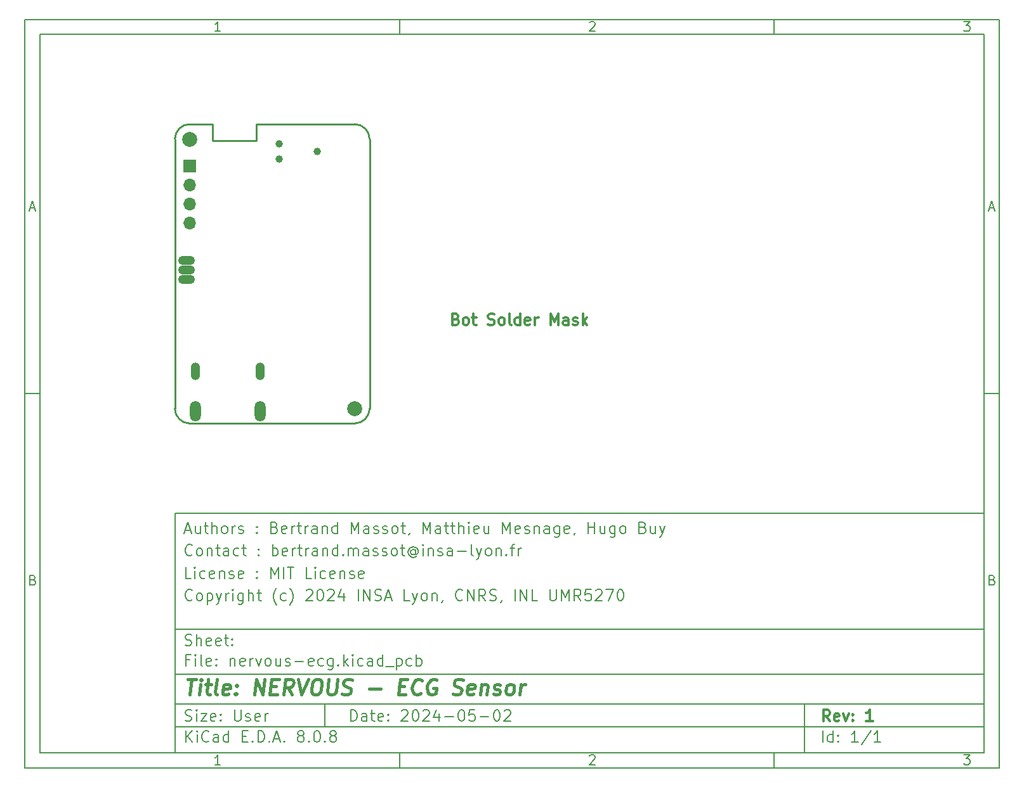
<source format=gbr>
%TF.GenerationSoftware,KiCad,Pcbnew,8.0.8*%
%TF.CreationDate,2025-02-27T16:48:53+01:00*%
%TF.ProjectId,nervous-ecg,6e657276-6f75-4732-9d65-63672e6b6963,1*%
%TF.SameCoordinates,Original*%
%TF.FileFunction,Soldermask,Bot*%
%TF.FilePolarity,Negative*%
%FSLAX46Y46*%
G04 Gerber Fmt 4.6, Leading zero omitted, Abs format (unit mm)*
G04 Created by KiCad (PCBNEW 8.0.8) date 2025-02-27 16:48:53*
%MOMM*%
%LPD*%
G01*
G04 APERTURE LIST*
%ADD10C,0.100000*%
%ADD11C,0.150000*%
%ADD12C,0.300000*%
%ADD13C,0.400000*%
%ADD14O,2.236000X1.220000*%
%ADD15R,1.700000X1.700000*%
%ADD16O,1.700000X1.700000*%
%ADD17O,1.252400X2.352400*%
%ADD18O,1.452400X2.752400*%
%ADD19C,2.000000*%
%ADD20C,0.991000*%
%TA.AperFunction,Profile*%
%ADD21C,0.254000*%
%TD*%
G04 APERTURE END LIST*
D10*
D11*
X30012000Y-75990000D02*
X138012000Y-75990000D01*
X138012000Y-107990000D01*
X30012000Y-107990000D01*
X30012000Y-75990000D01*
D10*
D11*
X10000000Y-10000000D02*
X140012000Y-10000000D01*
X140012000Y-109990000D01*
X10000000Y-109990000D01*
X10000000Y-10000000D01*
D10*
D11*
X12000000Y-12000000D02*
X138012000Y-12000000D01*
X138012000Y-107990000D01*
X12000000Y-107990000D01*
X12000000Y-12000000D01*
D10*
D11*
X60000000Y-12000000D02*
X60000000Y-10000000D01*
D10*
D11*
X110000000Y-12000000D02*
X110000000Y-10000000D01*
D10*
D11*
X36089160Y-11593604D02*
X35346303Y-11593604D01*
X35717731Y-11593604D02*
X35717731Y-10293604D01*
X35717731Y-10293604D02*
X35593922Y-10479319D01*
X35593922Y-10479319D02*
X35470112Y-10603128D01*
X35470112Y-10603128D02*
X35346303Y-10665033D01*
D10*
D11*
X85346303Y-10417414D02*
X85408207Y-10355509D01*
X85408207Y-10355509D02*
X85532017Y-10293604D01*
X85532017Y-10293604D02*
X85841541Y-10293604D01*
X85841541Y-10293604D02*
X85965350Y-10355509D01*
X85965350Y-10355509D02*
X86027255Y-10417414D01*
X86027255Y-10417414D02*
X86089160Y-10541223D01*
X86089160Y-10541223D02*
X86089160Y-10665033D01*
X86089160Y-10665033D02*
X86027255Y-10850747D01*
X86027255Y-10850747D02*
X85284398Y-11593604D01*
X85284398Y-11593604D02*
X86089160Y-11593604D01*
D10*
D11*
X135284398Y-10293604D02*
X136089160Y-10293604D01*
X136089160Y-10293604D02*
X135655826Y-10788842D01*
X135655826Y-10788842D02*
X135841541Y-10788842D01*
X135841541Y-10788842D02*
X135965350Y-10850747D01*
X135965350Y-10850747D02*
X136027255Y-10912652D01*
X136027255Y-10912652D02*
X136089160Y-11036461D01*
X136089160Y-11036461D02*
X136089160Y-11345985D01*
X136089160Y-11345985D02*
X136027255Y-11469795D01*
X136027255Y-11469795D02*
X135965350Y-11531700D01*
X135965350Y-11531700D02*
X135841541Y-11593604D01*
X135841541Y-11593604D02*
X135470112Y-11593604D01*
X135470112Y-11593604D02*
X135346303Y-11531700D01*
X135346303Y-11531700D02*
X135284398Y-11469795D01*
D10*
D11*
X60000000Y-107990000D02*
X60000000Y-109990000D01*
D10*
D11*
X110000000Y-107990000D02*
X110000000Y-109990000D01*
D10*
D11*
X36089160Y-109583604D02*
X35346303Y-109583604D01*
X35717731Y-109583604D02*
X35717731Y-108283604D01*
X35717731Y-108283604D02*
X35593922Y-108469319D01*
X35593922Y-108469319D02*
X35470112Y-108593128D01*
X35470112Y-108593128D02*
X35346303Y-108655033D01*
D10*
D11*
X85346303Y-108407414D02*
X85408207Y-108345509D01*
X85408207Y-108345509D02*
X85532017Y-108283604D01*
X85532017Y-108283604D02*
X85841541Y-108283604D01*
X85841541Y-108283604D02*
X85965350Y-108345509D01*
X85965350Y-108345509D02*
X86027255Y-108407414D01*
X86027255Y-108407414D02*
X86089160Y-108531223D01*
X86089160Y-108531223D02*
X86089160Y-108655033D01*
X86089160Y-108655033D02*
X86027255Y-108840747D01*
X86027255Y-108840747D02*
X85284398Y-109583604D01*
X85284398Y-109583604D02*
X86089160Y-109583604D01*
D10*
D11*
X135284398Y-108283604D02*
X136089160Y-108283604D01*
X136089160Y-108283604D02*
X135655826Y-108778842D01*
X135655826Y-108778842D02*
X135841541Y-108778842D01*
X135841541Y-108778842D02*
X135965350Y-108840747D01*
X135965350Y-108840747D02*
X136027255Y-108902652D01*
X136027255Y-108902652D02*
X136089160Y-109026461D01*
X136089160Y-109026461D02*
X136089160Y-109335985D01*
X136089160Y-109335985D02*
X136027255Y-109459795D01*
X136027255Y-109459795D02*
X135965350Y-109521700D01*
X135965350Y-109521700D02*
X135841541Y-109583604D01*
X135841541Y-109583604D02*
X135470112Y-109583604D01*
X135470112Y-109583604D02*
X135346303Y-109521700D01*
X135346303Y-109521700D02*
X135284398Y-109459795D01*
D10*
D11*
X10000000Y-60000000D02*
X12000000Y-60000000D01*
D10*
D11*
X10690476Y-35222176D02*
X11309523Y-35222176D01*
X10566666Y-35593604D02*
X10999999Y-34293604D01*
X10999999Y-34293604D02*
X11433333Y-35593604D01*
D10*
D11*
X11092857Y-84912652D02*
X11278571Y-84974557D01*
X11278571Y-84974557D02*
X11340476Y-85036461D01*
X11340476Y-85036461D02*
X11402380Y-85160271D01*
X11402380Y-85160271D02*
X11402380Y-85345985D01*
X11402380Y-85345985D02*
X11340476Y-85469795D01*
X11340476Y-85469795D02*
X11278571Y-85531700D01*
X11278571Y-85531700D02*
X11154761Y-85593604D01*
X11154761Y-85593604D02*
X10659523Y-85593604D01*
X10659523Y-85593604D02*
X10659523Y-84293604D01*
X10659523Y-84293604D02*
X11092857Y-84293604D01*
X11092857Y-84293604D02*
X11216666Y-84355509D01*
X11216666Y-84355509D02*
X11278571Y-84417414D01*
X11278571Y-84417414D02*
X11340476Y-84541223D01*
X11340476Y-84541223D02*
X11340476Y-84665033D01*
X11340476Y-84665033D02*
X11278571Y-84788842D01*
X11278571Y-84788842D02*
X11216666Y-84850747D01*
X11216666Y-84850747D02*
X11092857Y-84912652D01*
X11092857Y-84912652D02*
X10659523Y-84912652D01*
D10*
D11*
X140012000Y-60000000D02*
X138012000Y-60000000D01*
D10*
D11*
X138702476Y-35222176D02*
X139321523Y-35222176D01*
X138578666Y-35593604D02*
X139011999Y-34293604D01*
X139011999Y-34293604D02*
X139445333Y-35593604D01*
D10*
D11*
X139104857Y-84912652D02*
X139290571Y-84974557D01*
X139290571Y-84974557D02*
X139352476Y-85036461D01*
X139352476Y-85036461D02*
X139414380Y-85160271D01*
X139414380Y-85160271D02*
X139414380Y-85345985D01*
X139414380Y-85345985D02*
X139352476Y-85469795D01*
X139352476Y-85469795D02*
X139290571Y-85531700D01*
X139290571Y-85531700D02*
X139166761Y-85593604D01*
X139166761Y-85593604D02*
X138671523Y-85593604D01*
X138671523Y-85593604D02*
X138671523Y-84293604D01*
X138671523Y-84293604D02*
X139104857Y-84293604D01*
X139104857Y-84293604D02*
X139228666Y-84355509D01*
X139228666Y-84355509D02*
X139290571Y-84417414D01*
X139290571Y-84417414D02*
X139352476Y-84541223D01*
X139352476Y-84541223D02*
X139352476Y-84665033D01*
X139352476Y-84665033D02*
X139290571Y-84788842D01*
X139290571Y-84788842D02*
X139228666Y-84850747D01*
X139228666Y-84850747D02*
X139104857Y-84912652D01*
X139104857Y-84912652D02*
X138671523Y-84912652D01*
D10*
D11*
X53467826Y-103776128D02*
X53467826Y-102276128D01*
X53467826Y-102276128D02*
X53824969Y-102276128D01*
X53824969Y-102276128D02*
X54039255Y-102347557D01*
X54039255Y-102347557D02*
X54182112Y-102490414D01*
X54182112Y-102490414D02*
X54253541Y-102633271D01*
X54253541Y-102633271D02*
X54324969Y-102918985D01*
X54324969Y-102918985D02*
X54324969Y-103133271D01*
X54324969Y-103133271D02*
X54253541Y-103418985D01*
X54253541Y-103418985D02*
X54182112Y-103561842D01*
X54182112Y-103561842D02*
X54039255Y-103704700D01*
X54039255Y-103704700D02*
X53824969Y-103776128D01*
X53824969Y-103776128D02*
X53467826Y-103776128D01*
X55610684Y-103776128D02*
X55610684Y-102990414D01*
X55610684Y-102990414D02*
X55539255Y-102847557D01*
X55539255Y-102847557D02*
X55396398Y-102776128D01*
X55396398Y-102776128D02*
X55110684Y-102776128D01*
X55110684Y-102776128D02*
X54967826Y-102847557D01*
X55610684Y-103704700D02*
X55467826Y-103776128D01*
X55467826Y-103776128D02*
X55110684Y-103776128D01*
X55110684Y-103776128D02*
X54967826Y-103704700D01*
X54967826Y-103704700D02*
X54896398Y-103561842D01*
X54896398Y-103561842D02*
X54896398Y-103418985D01*
X54896398Y-103418985D02*
X54967826Y-103276128D01*
X54967826Y-103276128D02*
X55110684Y-103204700D01*
X55110684Y-103204700D02*
X55467826Y-103204700D01*
X55467826Y-103204700D02*
X55610684Y-103133271D01*
X56110684Y-102776128D02*
X56682112Y-102776128D01*
X56324969Y-102276128D02*
X56324969Y-103561842D01*
X56324969Y-103561842D02*
X56396398Y-103704700D01*
X56396398Y-103704700D02*
X56539255Y-103776128D01*
X56539255Y-103776128D02*
X56682112Y-103776128D01*
X57753541Y-103704700D02*
X57610684Y-103776128D01*
X57610684Y-103776128D02*
X57324970Y-103776128D01*
X57324970Y-103776128D02*
X57182112Y-103704700D01*
X57182112Y-103704700D02*
X57110684Y-103561842D01*
X57110684Y-103561842D02*
X57110684Y-102990414D01*
X57110684Y-102990414D02*
X57182112Y-102847557D01*
X57182112Y-102847557D02*
X57324970Y-102776128D01*
X57324970Y-102776128D02*
X57610684Y-102776128D01*
X57610684Y-102776128D02*
X57753541Y-102847557D01*
X57753541Y-102847557D02*
X57824970Y-102990414D01*
X57824970Y-102990414D02*
X57824970Y-103133271D01*
X57824970Y-103133271D02*
X57110684Y-103276128D01*
X58467826Y-103633271D02*
X58539255Y-103704700D01*
X58539255Y-103704700D02*
X58467826Y-103776128D01*
X58467826Y-103776128D02*
X58396398Y-103704700D01*
X58396398Y-103704700D02*
X58467826Y-103633271D01*
X58467826Y-103633271D02*
X58467826Y-103776128D01*
X58467826Y-102847557D02*
X58539255Y-102918985D01*
X58539255Y-102918985D02*
X58467826Y-102990414D01*
X58467826Y-102990414D02*
X58396398Y-102918985D01*
X58396398Y-102918985D02*
X58467826Y-102847557D01*
X58467826Y-102847557D02*
X58467826Y-102990414D01*
X60253541Y-102418985D02*
X60324969Y-102347557D01*
X60324969Y-102347557D02*
X60467827Y-102276128D01*
X60467827Y-102276128D02*
X60824969Y-102276128D01*
X60824969Y-102276128D02*
X60967827Y-102347557D01*
X60967827Y-102347557D02*
X61039255Y-102418985D01*
X61039255Y-102418985D02*
X61110684Y-102561842D01*
X61110684Y-102561842D02*
X61110684Y-102704700D01*
X61110684Y-102704700D02*
X61039255Y-102918985D01*
X61039255Y-102918985D02*
X60182112Y-103776128D01*
X60182112Y-103776128D02*
X61110684Y-103776128D01*
X62039255Y-102276128D02*
X62182112Y-102276128D01*
X62182112Y-102276128D02*
X62324969Y-102347557D01*
X62324969Y-102347557D02*
X62396398Y-102418985D01*
X62396398Y-102418985D02*
X62467826Y-102561842D01*
X62467826Y-102561842D02*
X62539255Y-102847557D01*
X62539255Y-102847557D02*
X62539255Y-103204700D01*
X62539255Y-103204700D02*
X62467826Y-103490414D01*
X62467826Y-103490414D02*
X62396398Y-103633271D01*
X62396398Y-103633271D02*
X62324969Y-103704700D01*
X62324969Y-103704700D02*
X62182112Y-103776128D01*
X62182112Y-103776128D02*
X62039255Y-103776128D01*
X62039255Y-103776128D02*
X61896398Y-103704700D01*
X61896398Y-103704700D02*
X61824969Y-103633271D01*
X61824969Y-103633271D02*
X61753540Y-103490414D01*
X61753540Y-103490414D02*
X61682112Y-103204700D01*
X61682112Y-103204700D02*
X61682112Y-102847557D01*
X61682112Y-102847557D02*
X61753540Y-102561842D01*
X61753540Y-102561842D02*
X61824969Y-102418985D01*
X61824969Y-102418985D02*
X61896398Y-102347557D01*
X61896398Y-102347557D02*
X62039255Y-102276128D01*
X63110683Y-102418985D02*
X63182111Y-102347557D01*
X63182111Y-102347557D02*
X63324969Y-102276128D01*
X63324969Y-102276128D02*
X63682111Y-102276128D01*
X63682111Y-102276128D02*
X63824969Y-102347557D01*
X63824969Y-102347557D02*
X63896397Y-102418985D01*
X63896397Y-102418985D02*
X63967826Y-102561842D01*
X63967826Y-102561842D02*
X63967826Y-102704700D01*
X63967826Y-102704700D02*
X63896397Y-102918985D01*
X63896397Y-102918985D02*
X63039254Y-103776128D01*
X63039254Y-103776128D02*
X63967826Y-103776128D01*
X65253540Y-102776128D02*
X65253540Y-103776128D01*
X64896397Y-102204700D02*
X64539254Y-103276128D01*
X64539254Y-103276128D02*
X65467825Y-103276128D01*
X66039253Y-103204700D02*
X67182111Y-103204700D01*
X68182111Y-102276128D02*
X68324968Y-102276128D01*
X68324968Y-102276128D02*
X68467825Y-102347557D01*
X68467825Y-102347557D02*
X68539254Y-102418985D01*
X68539254Y-102418985D02*
X68610682Y-102561842D01*
X68610682Y-102561842D02*
X68682111Y-102847557D01*
X68682111Y-102847557D02*
X68682111Y-103204700D01*
X68682111Y-103204700D02*
X68610682Y-103490414D01*
X68610682Y-103490414D02*
X68539254Y-103633271D01*
X68539254Y-103633271D02*
X68467825Y-103704700D01*
X68467825Y-103704700D02*
X68324968Y-103776128D01*
X68324968Y-103776128D02*
X68182111Y-103776128D01*
X68182111Y-103776128D02*
X68039254Y-103704700D01*
X68039254Y-103704700D02*
X67967825Y-103633271D01*
X67967825Y-103633271D02*
X67896396Y-103490414D01*
X67896396Y-103490414D02*
X67824968Y-103204700D01*
X67824968Y-103204700D02*
X67824968Y-102847557D01*
X67824968Y-102847557D02*
X67896396Y-102561842D01*
X67896396Y-102561842D02*
X67967825Y-102418985D01*
X67967825Y-102418985D02*
X68039254Y-102347557D01*
X68039254Y-102347557D02*
X68182111Y-102276128D01*
X70039253Y-102276128D02*
X69324967Y-102276128D01*
X69324967Y-102276128D02*
X69253539Y-102990414D01*
X69253539Y-102990414D02*
X69324967Y-102918985D01*
X69324967Y-102918985D02*
X69467825Y-102847557D01*
X69467825Y-102847557D02*
X69824967Y-102847557D01*
X69824967Y-102847557D02*
X69967825Y-102918985D01*
X69967825Y-102918985D02*
X70039253Y-102990414D01*
X70039253Y-102990414D02*
X70110682Y-103133271D01*
X70110682Y-103133271D02*
X70110682Y-103490414D01*
X70110682Y-103490414D02*
X70039253Y-103633271D01*
X70039253Y-103633271D02*
X69967825Y-103704700D01*
X69967825Y-103704700D02*
X69824967Y-103776128D01*
X69824967Y-103776128D02*
X69467825Y-103776128D01*
X69467825Y-103776128D02*
X69324967Y-103704700D01*
X69324967Y-103704700D02*
X69253539Y-103633271D01*
X70753538Y-103204700D02*
X71896396Y-103204700D01*
X72896396Y-102276128D02*
X73039253Y-102276128D01*
X73039253Y-102276128D02*
X73182110Y-102347557D01*
X73182110Y-102347557D02*
X73253539Y-102418985D01*
X73253539Y-102418985D02*
X73324967Y-102561842D01*
X73324967Y-102561842D02*
X73396396Y-102847557D01*
X73396396Y-102847557D02*
X73396396Y-103204700D01*
X73396396Y-103204700D02*
X73324967Y-103490414D01*
X73324967Y-103490414D02*
X73253539Y-103633271D01*
X73253539Y-103633271D02*
X73182110Y-103704700D01*
X73182110Y-103704700D02*
X73039253Y-103776128D01*
X73039253Y-103776128D02*
X72896396Y-103776128D01*
X72896396Y-103776128D02*
X72753539Y-103704700D01*
X72753539Y-103704700D02*
X72682110Y-103633271D01*
X72682110Y-103633271D02*
X72610681Y-103490414D01*
X72610681Y-103490414D02*
X72539253Y-103204700D01*
X72539253Y-103204700D02*
X72539253Y-102847557D01*
X72539253Y-102847557D02*
X72610681Y-102561842D01*
X72610681Y-102561842D02*
X72682110Y-102418985D01*
X72682110Y-102418985D02*
X72753539Y-102347557D01*
X72753539Y-102347557D02*
X72896396Y-102276128D01*
X73967824Y-102418985D02*
X74039252Y-102347557D01*
X74039252Y-102347557D02*
X74182110Y-102276128D01*
X74182110Y-102276128D02*
X74539252Y-102276128D01*
X74539252Y-102276128D02*
X74682110Y-102347557D01*
X74682110Y-102347557D02*
X74753538Y-102418985D01*
X74753538Y-102418985D02*
X74824967Y-102561842D01*
X74824967Y-102561842D02*
X74824967Y-102704700D01*
X74824967Y-102704700D02*
X74753538Y-102918985D01*
X74753538Y-102918985D02*
X73896395Y-103776128D01*
X73896395Y-103776128D02*
X74824967Y-103776128D01*
D10*
D11*
X30012000Y-104490000D02*
X138012000Y-104490000D01*
D10*
D11*
X31467826Y-106576128D02*
X31467826Y-105076128D01*
X32324969Y-106576128D02*
X31682112Y-105718985D01*
X32324969Y-105076128D02*
X31467826Y-105933271D01*
X32967826Y-106576128D02*
X32967826Y-105576128D01*
X32967826Y-105076128D02*
X32896398Y-105147557D01*
X32896398Y-105147557D02*
X32967826Y-105218985D01*
X32967826Y-105218985D02*
X33039255Y-105147557D01*
X33039255Y-105147557D02*
X32967826Y-105076128D01*
X32967826Y-105076128D02*
X32967826Y-105218985D01*
X34539255Y-106433271D02*
X34467827Y-106504700D01*
X34467827Y-106504700D02*
X34253541Y-106576128D01*
X34253541Y-106576128D02*
X34110684Y-106576128D01*
X34110684Y-106576128D02*
X33896398Y-106504700D01*
X33896398Y-106504700D02*
X33753541Y-106361842D01*
X33753541Y-106361842D02*
X33682112Y-106218985D01*
X33682112Y-106218985D02*
X33610684Y-105933271D01*
X33610684Y-105933271D02*
X33610684Y-105718985D01*
X33610684Y-105718985D02*
X33682112Y-105433271D01*
X33682112Y-105433271D02*
X33753541Y-105290414D01*
X33753541Y-105290414D02*
X33896398Y-105147557D01*
X33896398Y-105147557D02*
X34110684Y-105076128D01*
X34110684Y-105076128D02*
X34253541Y-105076128D01*
X34253541Y-105076128D02*
X34467827Y-105147557D01*
X34467827Y-105147557D02*
X34539255Y-105218985D01*
X35824970Y-106576128D02*
X35824970Y-105790414D01*
X35824970Y-105790414D02*
X35753541Y-105647557D01*
X35753541Y-105647557D02*
X35610684Y-105576128D01*
X35610684Y-105576128D02*
X35324970Y-105576128D01*
X35324970Y-105576128D02*
X35182112Y-105647557D01*
X35824970Y-106504700D02*
X35682112Y-106576128D01*
X35682112Y-106576128D02*
X35324970Y-106576128D01*
X35324970Y-106576128D02*
X35182112Y-106504700D01*
X35182112Y-106504700D02*
X35110684Y-106361842D01*
X35110684Y-106361842D02*
X35110684Y-106218985D01*
X35110684Y-106218985D02*
X35182112Y-106076128D01*
X35182112Y-106076128D02*
X35324970Y-106004700D01*
X35324970Y-106004700D02*
X35682112Y-106004700D01*
X35682112Y-106004700D02*
X35824970Y-105933271D01*
X37182113Y-106576128D02*
X37182113Y-105076128D01*
X37182113Y-106504700D02*
X37039255Y-106576128D01*
X37039255Y-106576128D02*
X36753541Y-106576128D01*
X36753541Y-106576128D02*
X36610684Y-106504700D01*
X36610684Y-106504700D02*
X36539255Y-106433271D01*
X36539255Y-106433271D02*
X36467827Y-106290414D01*
X36467827Y-106290414D02*
X36467827Y-105861842D01*
X36467827Y-105861842D02*
X36539255Y-105718985D01*
X36539255Y-105718985D02*
X36610684Y-105647557D01*
X36610684Y-105647557D02*
X36753541Y-105576128D01*
X36753541Y-105576128D02*
X37039255Y-105576128D01*
X37039255Y-105576128D02*
X37182113Y-105647557D01*
X39039255Y-105790414D02*
X39539255Y-105790414D01*
X39753541Y-106576128D02*
X39039255Y-106576128D01*
X39039255Y-106576128D02*
X39039255Y-105076128D01*
X39039255Y-105076128D02*
X39753541Y-105076128D01*
X40396398Y-106433271D02*
X40467827Y-106504700D01*
X40467827Y-106504700D02*
X40396398Y-106576128D01*
X40396398Y-106576128D02*
X40324970Y-106504700D01*
X40324970Y-106504700D02*
X40396398Y-106433271D01*
X40396398Y-106433271D02*
X40396398Y-106576128D01*
X41110684Y-106576128D02*
X41110684Y-105076128D01*
X41110684Y-105076128D02*
X41467827Y-105076128D01*
X41467827Y-105076128D02*
X41682113Y-105147557D01*
X41682113Y-105147557D02*
X41824970Y-105290414D01*
X41824970Y-105290414D02*
X41896399Y-105433271D01*
X41896399Y-105433271D02*
X41967827Y-105718985D01*
X41967827Y-105718985D02*
X41967827Y-105933271D01*
X41967827Y-105933271D02*
X41896399Y-106218985D01*
X41896399Y-106218985D02*
X41824970Y-106361842D01*
X41824970Y-106361842D02*
X41682113Y-106504700D01*
X41682113Y-106504700D02*
X41467827Y-106576128D01*
X41467827Y-106576128D02*
X41110684Y-106576128D01*
X42610684Y-106433271D02*
X42682113Y-106504700D01*
X42682113Y-106504700D02*
X42610684Y-106576128D01*
X42610684Y-106576128D02*
X42539256Y-106504700D01*
X42539256Y-106504700D02*
X42610684Y-106433271D01*
X42610684Y-106433271D02*
X42610684Y-106576128D01*
X43253542Y-106147557D02*
X43967828Y-106147557D01*
X43110685Y-106576128D02*
X43610685Y-105076128D01*
X43610685Y-105076128D02*
X44110685Y-106576128D01*
X44610684Y-106433271D02*
X44682113Y-106504700D01*
X44682113Y-106504700D02*
X44610684Y-106576128D01*
X44610684Y-106576128D02*
X44539256Y-106504700D01*
X44539256Y-106504700D02*
X44610684Y-106433271D01*
X44610684Y-106433271D02*
X44610684Y-106576128D01*
X46682113Y-105718985D02*
X46539256Y-105647557D01*
X46539256Y-105647557D02*
X46467827Y-105576128D01*
X46467827Y-105576128D02*
X46396399Y-105433271D01*
X46396399Y-105433271D02*
X46396399Y-105361842D01*
X46396399Y-105361842D02*
X46467827Y-105218985D01*
X46467827Y-105218985D02*
X46539256Y-105147557D01*
X46539256Y-105147557D02*
X46682113Y-105076128D01*
X46682113Y-105076128D02*
X46967827Y-105076128D01*
X46967827Y-105076128D02*
X47110685Y-105147557D01*
X47110685Y-105147557D02*
X47182113Y-105218985D01*
X47182113Y-105218985D02*
X47253542Y-105361842D01*
X47253542Y-105361842D02*
X47253542Y-105433271D01*
X47253542Y-105433271D02*
X47182113Y-105576128D01*
X47182113Y-105576128D02*
X47110685Y-105647557D01*
X47110685Y-105647557D02*
X46967827Y-105718985D01*
X46967827Y-105718985D02*
X46682113Y-105718985D01*
X46682113Y-105718985D02*
X46539256Y-105790414D01*
X46539256Y-105790414D02*
X46467827Y-105861842D01*
X46467827Y-105861842D02*
X46396399Y-106004700D01*
X46396399Y-106004700D02*
X46396399Y-106290414D01*
X46396399Y-106290414D02*
X46467827Y-106433271D01*
X46467827Y-106433271D02*
X46539256Y-106504700D01*
X46539256Y-106504700D02*
X46682113Y-106576128D01*
X46682113Y-106576128D02*
X46967827Y-106576128D01*
X46967827Y-106576128D02*
X47110685Y-106504700D01*
X47110685Y-106504700D02*
X47182113Y-106433271D01*
X47182113Y-106433271D02*
X47253542Y-106290414D01*
X47253542Y-106290414D02*
X47253542Y-106004700D01*
X47253542Y-106004700D02*
X47182113Y-105861842D01*
X47182113Y-105861842D02*
X47110685Y-105790414D01*
X47110685Y-105790414D02*
X46967827Y-105718985D01*
X47896398Y-106433271D02*
X47967827Y-106504700D01*
X47967827Y-106504700D02*
X47896398Y-106576128D01*
X47896398Y-106576128D02*
X47824970Y-106504700D01*
X47824970Y-106504700D02*
X47896398Y-106433271D01*
X47896398Y-106433271D02*
X47896398Y-106576128D01*
X48896399Y-105076128D02*
X49039256Y-105076128D01*
X49039256Y-105076128D02*
X49182113Y-105147557D01*
X49182113Y-105147557D02*
X49253542Y-105218985D01*
X49253542Y-105218985D02*
X49324970Y-105361842D01*
X49324970Y-105361842D02*
X49396399Y-105647557D01*
X49396399Y-105647557D02*
X49396399Y-106004700D01*
X49396399Y-106004700D02*
X49324970Y-106290414D01*
X49324970Y-106290414D02*
X49253542Y-106433271D01*
X49253542Y-106433271D02*
X49182113Y-106504700D01*
X49182113Y-106504700D02*
X49039256Y-106576128D01*
X49039256Y-106576128D02*
X48896399Y-106576128D01*
X48896399Y-106576128D02*
X48753542Y-106504700D01*
X48753542Y-106504700D02*
X48682113Y-106433271D01*
X48682113Y-106433271D02*
X48610684Y-106290414D01*
X48610684Y-106290414D02*
X48539256Y-106004700D01*
X48539256Y-106004700D02*
X48539256Y-105647557D01*
X48539256Y-105647557D02*
X48610684Y-105361842D01*
X48610684Y-105361842D02*
X48682113Y-105218985D01*
X48682113Y-105218985D02*
X48753542Y-105147557D01*
X48753542Y-105147557D02*
X48896399Y-105076128D01*
X50039255Y-106433271D02*
X50110684Y-106504700D01*
X50110684Y-106504700D02*
X50039255Y-106576128D01*
X50039255Y-106576128D02*
X49967827Y-106504700D01*
X49967827Y-106504700D02*
X50039255Y-106433271D01*
X50039255Y-106433271D02*
X50039255Y-106576128D01*
X50967827Y-105718985D02*
X50824970Y-105647557D01*
X50824970Y-105647557D02*
X50753541Y-105576128D01*
X50753541Y-105576128D02*
X50682113Y-105433271D01*
X50682113Y-105433271D02*
X50682113Y-105361842D01*
X50682113Y-105361842D02*
X50753541Y-105218985D01*
X50753541Y-105218985D02*
X50824970Y-105147557D01*
X50824970Y-105147557D02*
X50967827Y-105076128D01*
X50967827Y-105076128D02*
X51253541Y-105076128D01*
X51253541Y-105076128D02*
X51396399Y-105147557D01*
X51396399Y-105147557D02*
X51467827Y-105218985D01*
X51467827Y-105218985D02*
X51539256Y-105361842D01*
X51539256Y-105361842D02*
X51539256Y-105433271D01*
X51539256Y-105433271D02*
X51467827Y-105576128D01*
X51467827Y-105576128D02*
X51396399Y-105647557D01*
X51396399Y-105647557D02*
X51253541Y-105718985D01*
X51253541Y-105718985D02*
X50967827Y-105718985D01*
X50967827Y-105718985D02*
X50824970Y-105790414D01*
X50824970Y-105790414D02*
X50753541Y-105861842D01*
X50753541Y-105861842D02*
X50682113Y-106004700D01*
X50682113Y-106004700D02*
X50682113Y-106290414D01*
X50682113Y-106290414D02*
X50753541Y-106433271D01*
X50753541Y-106433271D02*
X50824970Y-106504700D01*
X50824970Y-106504700D02*
X50967827Y-106576128D01*
X50967827Y-106576128D02*
X51253541Y-106576128D01*
X51253541Y-106576128D02*
X51396399Y-106504700D01*
X51396399Y-106504700D02*
X51467827Y-106433271D01*
X51467827Y-106433271D02*
X51539256Y-106290414D01*
X51539256Y-106290414D02*
X51539256Y-106004700D01*
X51539256Y-106004700D02*
X51467827Y-105861842D01*
X51467827Y-105861842D02*
X51396399Y-105790414D01*
X51396399Y-105790414D02*
X51253541Y-105718985D01*
D10*
D11*
X30012000Y-101490000D02*
X138012000Y-101490000D01*
D10*
D12*
X117423653Y-103768328D02*
X116923653Y-103054042D01*
X116566510Y-103768328D02*
X116566510Y-102268328D01*
X116566510Y-102268328D02*
X117137939Y-102268328D01*
X117137939Y-102268328D02*
X117280796Y-102339757D01*
X117280796Y-102339757D02*
X117352225Y-102411185D01*
X117352225Y-102411185D02*
X117423653Y-102554042D01*
X117423653Y-102554042D02*
X117423653Y-102768328D01*
X117423653Y-102768328D02*
X117352225Y-102911185D01*
X117352225Y-102911185D02*
X117280796Y-102982614D01*
X117280796Y-102982614D02*
X117137939Y-103054042D01*
X117137939Y-103054042D02*
X116566510Y-103054042D01*
X118637939Y-103696900D02*
X118495082Y-103768328D01*
X118495082Y-103768328D02*
X118209368Y-103768328D01*
X118209368Y-103768328D02*
X118066510Y-103696900D01*
X118066510Y-103696900D02*
X117995082Y-103554042D01*
X117995082Y-103554042D02*
X117995082Y-102982614D01*
X117995082Y-102982614D02*
X118066510Y-102839757D01*
X118066510Y-102839757D02*
X118209368Y-102768328D01*
X118209368Y-102768328D02*
X118495082Y-102768328D01*
X118495082Y-102768328D02*
X118637939Y-102839757D01*
X118637939Y-102839757D02*
X118709368Y-102982614D01*
X118709368Y-102982614D02*
X118709368Y-103125471D01*
X118709368Y-103125471D02*
X117995082Y-103268328D01*
X119209367Y-102768328D02*
X119566510Y-103768328D01*
X119566510Y-103768328D02*
X119923653Y-102768328D01*
X120495081Y-103625471D02*
X120566510Y-103696900D01*
X120566510Y-103696900D02*
X120495081Y-103768328D01*
X120495081Y-103768328D02*
X120423653Y-103696900D01*
X120423653Y-103696900D02*
X120495081Y-103625471D01*
X120495081Y-103625471D02*
X120495081Y-103768328D01*
X120495081Y-102839757D02*
X120566510Y-102911185D01*
X120566510Y-102911185D02*
X120495081Y-102982614D01*
X120495081Y-102982614D02*
X120423653Y-102911185D01*
X120423653Y-102911185D02*
X120495081Y-102839757D01*
X120495081Y-102839757D02*
X120495081Y-102982614D01*
X123137939Y-103768328D02*
X122280796Y-103768328D01*
X122709367Y-103768328D02*
X122709367Y-102268328D01*
X122709367Y-102268328D02*
X122566510Y-102482614D01*
X122566510Y-102482614D02*
X122423653Y-102625471D01*
X122423653Y-102625471D02*
X122280796Y-102696900D01*
D10*
D11*
X31396398Y-103704700D02*
X31610684Y-103776128D01*
X31610684Y-103776128D02*
X31967826Y-103776128D01*
X31967826Y-103776128D02*
X32110684Y-103704700D01*
X32110684Y-103704700D02*
X32182112Y-103633271D01*
X32182112Y-103633271D02*
X32253541Y-103490414D01*
X32253541Y-103490414D02*
X32253541Y-103347557D01*
X32253541Y-103347557D02*
X32182112Y-103204700D01*
X32182112Y-103204700D02*
X32110684Y-103133271D01*
X32110684Y-103133271D02*
X31967826Y-103061842D01*
X31967826Y-103061842D02*
X31682112Y-102990414D01*
X31682112Y-102990414D02*
X31539255Y-102918985D01*
X31539255Y-102918985D02*
X31467826Y-102847557D01*
X31467826Y-102847557D02*
X31396398Y-102704700D01*
X31396398Y-102704700D02*
X31396398Y-102561842D01*
X31396398Y-102561842D02*
X31467826Y-102418985D01*
X31467826Y-102418985D02*
X31539255Y-102347557D01*
X31539255Y-102347557D02*
X31682112Y-102276128D01*
X31682112Y-102276128D02*
X32039255Y-102276128D01*
X32039255Y-102276128D02*
X32253541Y-102347557D01*
X32896397Y-103776128D02*
X32896397Y-102776128D01*
X32896397Y-102276128D02*
X32824969Y-102347557D01*
X32824969Y-102347557D02*
X32896397Y-102418985D01*
X32896397Y-102418985D02*
X32967826Y-102347557D01*
X32967826Y-102347557D02*
X32896397Y-102276128D01*
X32896397Y-102276128D02*
X32896397Y-102418985D01*
X33467826Y-102776128D02*
X34253541Y-102776128D01*
X34253541Y-102776128D02*
X33467826Y-103776128D01*
X33467826Y-103776128D02*
X34253541Y-103776128D01*
X35396398Y-103704700D02*
X35253541Y-103776128D01*
X35253541Y-103776128D02*
X34967827Y-103776128D01*
X34967827Y-103776128D02*
X34824969Y-103704700D01*
X34824969Y-103704700D02*
X34753541Y-103561842D01*
X34753541Y-103561842D02*
X34753541Y-102990414D01*
X34753541Y-102990414D02*
X34824969Y-102847557D01*
X34824969Y-102847557D02*
X34967827Y-102776128D01*
X34967827Y-102776128D02*
X35253541Y-102776128D01*
X35253541Y-102776128D02*
X35396398Y-102847557D01*
X35396398Y-102847557D02*
X35467827Y-102990414D01*
X35467827Y-102990414D02*
X35467827Y-103133271D01*
X35467827Y-103133271D02*
X34753541Y-103276128D01*
X36110683Y-103633271D02*
X36182112Y-103704700D01*
X36182112Y-103704700D02*
X36110683Y-103776128D01*
X36110683Y-103776128D02*
X36039255Y-103704700D01*
X36039255Y-103704700D02*
X36110683Y-103633271D01*
X36110683Y-103633271D02*
X36110683Y-103776128D01*
X36110683Y-102847557D02*
X36182112Y-102918985D01*
X36182112Y-102918985D02*
X36110683Y-102990414D01*
X36110683Y-102990414D02*
X36039255Y-102918985D01*
X36039255Y-102918985D02*
X36110683Y-102847557D01*
X36110683Y-102847557D02*
X36110683Y-102990414D01*
X37967826Y-102276128D02*
X37967826Y-103490414D01*
X37967826Y-103490414D02*
X38039255Y-103633271D01*
X38039255Y-103633271D02*
X38110684Y-103704700D01*
X38110684Y-103704700D02*
X38253541Y-103776128D01*
X38253541Y-103776128D02*
X38539255Y-103776128D01*
X38539255Y-103776128D02*
X38682112Y-103704700D01*
X38682112Y-103704700D02*
X38753541Y-103633271D01*
X38753541Y-103633271D02*
X38824969Y-103490414D01*
X38824969Y-103490414D02*
X38824969Y-102276128D01*
X39467827Y-103704700D02*
X39610684Y-103776128D01*
X39610684Y-103776128D02*
X39896398Y-103776128D01*
X39896398Y-103776128D02*
X40039255Y-103704700D01*
X40039255Y-103704700D02*
X40110684Y-103561842D01*
X40110684Y-103561842D02*
X40110684Y-103490414D01*
X40110684Y-103490414D02*
X40039255Y-103347557D01*
X40039255Y-103347557D02*
X39896398Y-103276128D01*
X39896398Y-103276128D02*
X39682113Y-103276128D01*
X39682113Y-103276128D02*
X39539255Y-103204700D01*
X39539255Y-103204700D02*
X39467827Y-103061842D01*
X39467827Y-103061842D02*
X39467827Y-102990414D01*
X39467827Y-102990414D02*
X39539255Y-102847557D01*
X39539255Y-102847557D02*
X39682113Y-102776128D01*
X39682113Y-102776128D02*
X39896398Y-102776128D01*
X39896398Y-102776128D02*
X40039255Y-102847557D01*
X41324970Y-103704700D02*
X41182113Y-103776128D01*
X41182113Y-103776128D02*
X40896399Y-103776128D01*
X40896399Y-103776128D02*
X40753541Y-103704700D01*
X40753541Y-103704700D02*
X40682113Y-103561842D01*
X40682113Y-103561842D02*
X40682113Y-102990414D01*
X40682113Y-102990414D02*
X40753541Y-102847557D01*
X40753541Y-102847557D02*
X40896399Y-102776128D01*
X40896399Y-102776128D02*
X41182113Y-102776128D01*
X41182113Y-102776128D02*
X41324970Y-102847557D01*
X41324970Y-102847557D02*
X41396399Y-102990414D01*
X41396399Y-102990414D02*
X41396399Y-103133271D01*
X41396399Y-103133271D02*
X40682113Y-103276128D01*
X42039255Y-103776128D02*
X42039255Y-102776128D01*
X42039255Y-103061842D02*
X42110684Y-102918985D01*
X42110684Y-102918985D02*
X42182113Y-102847557D01*
X42182113Y-102847557D02*
X42324970Y-102776128D01*
X42324970Y-102776128D02*
X42467827Y-102776128D01*
D10*
D11*
X116467826Y-106576128D02*
X116467826Y-105076128D01*
X117824970Y-106576128D02*
X117824970Y-105076128D01*
X117824970Y-106504700D02*
X117682112Y-106576128D01*
X117682112Y-106576128D02*
X117396398Y-106576128D01*
X117396398Y-106576128D02*
X117253541Y-106504700D01*
X117253541Y-106504700D02*
X117182112Y-106433271D01*
X117182112Y-106433271D02*
X117110684Y-106290414D01*
X117110684Y-106290414D02*
X117110684Y-105861842D01*
X117110684Y-105861842D02*
X117182112Y-105718985D01*
X117182112Y-105718985D02*
X117253541Y-105647557D01*
X117253541Y-105647557D02*
X117396398Y-105576128D01*
X117396398Y-105576128D02*
X117682112Y-105576128D01*
X117682112Y-105576128D02*
X117824970Y-105647557D01*
X118539255Y-106433271D02*
X118610684Y-106504700D01*
X118610684Y-106504700D02*
X118539255Y-106576128D01*
X118539255Y-106576128D02*
X118467827Y-106504700D01*
X118467827Y-106504700D02*
X118539255Y-106433271D01*
X118539255Y-106433271D02*
X118539255Y-106576128D01*
X118539255Y-105647557D02*
X118610684Y-105718985D01*
X118610684Y-105718985D02*
X118539255Y-105790414D01*
X118539255Y-105790414D02*
X118467827Y-105718985D01*
X118467827Y-105718985D02*
X118539255Y-105647557D01*
X118539255Y-105647557D02*
X118539255Y-105790414D01*
X121182113Y-106576128D02*
X120324970Y-106576128D01*
X120753541Y-106576128D02*
X120753541Y-105076128D01*
X120753541Y-105076128D02*
X120610684Y-105290414D01*
X120610684Y-105290414D02*
X120467827Y-105433271D01*
X120467827Y-105433271D02*
X120324970Y-105504700D01*
X122896398Y-105004700D02*
X121610684Y-106933271D01*
X124182113Y-106576128D02*
X123324970Y-106576128D01*
X123753541Y-106576128D02*
X123753541Y-105076128D01*
X123753541Y-105076128D02*
X123610684Y-105290414D01*
X123610684Y-105290414D02*
X123467827Y-105433271D01*
X123467827Y-105433271D02*
X123324970Y-105504700D01*
D10*
D11*
X30012000Y-97490000D02*
X138012000Y-97490000D01*
D10*
D13*
X31703728Y-98194438D02*
X32846585Y-98194438D01*
X32025157Y-100194438D02*
X32275157Y-98194438D01*
X33263252Y-100194438D02*
X33429919Y-98861104D01*
X33513252Y-98194438D02*
X33406109Y-98289676D01*
X33406109Y-98289676D02*
X33489443Y-98384914D01*
X33489443Y-98384914D02*
X33596586Y-98289676D01*
X33596586Y-98289676D02*
X33513252Y-98194438D01*
X33513252Y-98194438D02*
X33489443Y-98384914D01*
X34096586Y-98861104D02*
X34858490Y-98861104D01*
X34465633Y-98194438D02*
X34251348Y-99908723D01*
X34251348Y-99908723D02*
X34322776Y-100099200D01*
X34322776Y-100099200D02*
X34501348Y-100194438D01*
X34501348Y-100194438D02*
X34691824Y-100194438D01*
X35644205Y-100194438D02*
X35465633Y-100099200D01*
X35465633Y-100099200D02*
X35394205Y-99908723D01*
X35394205Y-99908723D02*
X35608490Y-98194438D01*
X37179919Y-100099200D02*
X36977538Y-100194438D01*
X36977538Y-100194438D02*
X36596585Y-100194438D01*
X36596585Y-100194438D02*
X36418014Y-100099200D01*
X36418014Y-100099200D02*
X36346585Y-99908723D01*
X36346585Y-99908723D02*
X36441824Y-99146819D01*
X36441824Y-99146819D02*
X36560871Y-98956342D01*
X36560871Y-98956342D02*
X36763252Y-98861104D01*
X36763252Y-98861104D02*
X37144204Y-98861104D01*
X37144204Y-98861104D02*
X37322776Y-98956342D01*
X37322776Y-98956342D02*
X37394204Y-99146819D01*
X37394204Y-99146819D02*
X37370395Y-99337295D01*
X37370395Y-99337295D02*
X36394204Y-99527771D01*
X38144205Y-100003961D02*
X38227538Y-100099200D01*
X38227538Y-100099200D02*
X38120395Y-100194438D01*
X38120395Y-100194438D02*
X38037062Y-100099200D01*
X38037062Y-100099200D02*
X38144205Y-100003961D01*
X38144205Y-100003961D02*
X38120395Y-100194438D01*
X38275157Y-98956342D02*
X38358490Y-99051580D01*
X38358490Y-99051580D02*
X38251348Y-99146819D01*
X38251348Y-99146819D02*
X38168014Y-99051580D01*
X38168014Y-99051580D02*
X38275157Y-98956342D01*
X38275157Y-98956342D02*
X38251348Y-99146819D01*
X40596586Y-100194438D02*
X40846586Y-98194438D01*
X40846586Y-98194438D02*
X41739443Y-100194438D01*
X41739443Y-100194438D02*
X41989443Y-98194438D01*
X42822777Y-99146819D02*
X43489443Y-99146819D01*
X43644205Y-100194438D02*
X42691824Y-100194438D01*
X42691824Y-100194438D02*
X42941824Y-98194438D01*
X42941824Y-98194438D02*
X43894205Y-98194438D01*
X45644205Y-100194438D02*
X45096586Y-99242057D01*
X44501348Y-100194438D02*
X44751348Y-98194438D01*
X44751348Y-98194438D02*
X45513253Y-98194438D01*
X45513253Y-98194438D02*
X45691824Y-98289676D01*
X45691824Y-98289676D02*
X45775158Y-98384914D01*
X45775158Y-98384914D02*
X45846586Y-98575390D01*
X45846586Y-98575390D02*
X45810872Y-98861104D01*
X45810872Y-98861104D02*
X45691824Y-99051580D01*
X45691824Y-99051580D02*
X45584682Y-99146819D01*
X45584682Y-99146819D02*
X45382301Y-99242057D01*
X45382301Y-99242057D02*
X44620396Y-99242057D01*
X46465634Y-98194438D02*
X46882301Y-100194438D01*
X46882301Y-100194438D02*
X47798967Y-98194438D01*
X48846587Y-98194438D02*
X49227539Y-98194438D01*
X49227539Y-98194438D02*
X49406110Y-98289676D01*
X49406110Y-98289676D02*
X49572777Y-98480152D01*
X49572777Y-98480152D02*
X49620396Y-98861104D01*
X49620396Y-98861104D02*
X49537063Y-99527771D01*
X49537063Y-99527771D02*
X49394206Y-99908723D01*
X49394206Y-99908723D02*
X49179920Y-100099200D01*
X49179920Y-100099200D02*
X48977539Y-100194438D01*
X48977539Y-100194438D02*
X48596587Y-100194438D01*
X48596587Y-100194438D02*
X48418015Y-100099200D01*
X48418015Y-100099200D02*
X48251349Y-99908723D01*
X48251349Y-99908723D02*
X48203729Y-99527771D01*
X48203729Y-99527771D02*
X48287063Y-98861104D01*
X48287063Y-98861104D02*
X48429920Y-98480152D01*
X48429920Y-98480152D02*
X48644206Y-98289676D01*
X48644206Y-98289676D02*
X48846587Y-98194438D01*
X50560872Y-98194438D02*
X50358491Y-99813485D01*
X50358491Y-99813485D02*
X50429920Y-100003961D01*
X50429920Y-100003961D02*
X50513253Y-100099200D01*
X50513253Y-100099200D02*
X50691825Y-100194438D01*
X50691825Y-100194438D02*
X51072777Y-100194438D01*
X51072777Y-100194438D02*
X51275158Y-100099200D01*
X51275158Y-100099200D02*
X51382301Y-100003961D01*
X51382301Y-100003961D02*
X51501348Y-99813485D01*
X51501348Y-99813485D02*
X51703729Y-98194438D01*
X52322777Y-100099200D02*
X52596586Y-100194438D01*
X52596586Y-100194438D02*
X53072777Y-100194438D01*
X53072777Y-100194438D02*
X53275158Y-100099200D01*
X53275158Y-100099200D02*
X53382301Y-100003961D01*
X53382301Y-100003961D02*
X53501348Y-99813485D01*
X53501348Y-99813485D02*
X53525158Y-99623009D01*
X53525158Y-99623009D02*
X53453729Y-99432533D01*
X53453729Y-99432533D02*
X53370396Y-99337295D01*
X53370396Y-99337295D02*
X53191825Y-99242057D01*
X53191825Y-99242057D02*
X52822777Y-99146819D01*
X52822777Y-99146819D02*
X52644205Y-99051580D01*
X52644205Y-99051580D02*
X52560872Y-98956342D01*
X52560872Y-98956342D02*
X52489444Y-98765866D01*
X52489444Y-98765866D02*
X52513253Y-98575390D01*
X52513253Y-98575390D02*
X52632301Y-98384914D01*
X52632301Y-98384914D02*
X52739444Y-98289676D01*
X52739444Y-98289676D02*
X52941825Y-98194438D01*
X52941825Y-98194438D02*
X53418015Y-98194438D01*
X53418015Y-98194438D02*
X53691825Y-98289676D01*
X55929920Y-99432533D02*
X57453730Y-99432533D01*
X59965635Y-99146819D02*
X60632301Y-99146819D01*
X60787063Y-100194438D02*
X59834682Y-100194438D01*
X59834682Y-100194438D02*
X60084682Y-98194438D01*
X60084682Y-98194438D02*
X61037063Y-98194438D01*
X62810873Y-100003961D02*
X62703730Y-100099200D01*
X62703730Y-100099200D02*
X62406111Y-100194438D01*
X62406111Y-100194438D02*
X62215635Y-100194438D01*
X62215635Y-100194438D02*
X61941825Y-100099200D01*
X61941825Y-100099200D02*
X61775159Y-99908723D01*
X61775159Y-99908723D02*
X61703730Y-99718247D01*
X61703730Y-99718247D02*
X61656111Y-99337295D01*
X61656111Y-99337295D02*
X61691825Y-99051580D01*
X61691825Y-99051580D02*
X61834682Y-98670628D01*
X61834682Y-98670628D02*
X61953730Y-98480152D01*
X61953730Y-98480152D02*
X62168016Y-98289676D01*
X62168016Y-98289676D02*
X62465635Y-98194438D01*
X62465635Y-98194438D02*
X62656111Y-98194438D01*
X62656111Y-98194438D02*
X62929921Y-98289676D01*
X62929921Y-98289676D02*
X63013254Y-98384914D01*
X64929921Y-98289676D02*
X64751349Y-98194438D01*
X64751349Y-98194438D02*
X64465635Y-98194438D01*
X64465635Y-98194438D02*
X64168016Y-98289676D01*
X64168016Y-98289676D02*
X63953730Y-98480152D01*
X63953730Y-98480152D02*
X63834682Y-98670628D01*
X63834682Y-98670628D02*
X63691825Y-99051580D01*
X63691825Y-99051580D02*
X63656111Y-99337295D01*
X63656111Y-99337295D02*
X63703730Y-99718247D01*
X63703730Y-99718247D02*
X63775159Y-99908723D01*
X63775159Y-99908723D02*
X63941825Y-100099200D01*
X63941825Y-100099200D02*
X64215635Y-100194438D01*
X64215635Y-100194438D02*
X64406111Y-100194438D01*
X64406111Y-100194438D02*
X64703730Y-100099200D01*
X64703730Y-100099200D02*
X64810873Y-100003961D01*
X64810873Y-100003961D02*
X64894206Y-99337295D01*
X64894206Y-99337295D02*
X64513254Y-99337295D01*
X67084683Y-100099200D02*
X67358492Y-100194438D01*
X67358492Y-100194438D02*
X67834683Y-100194438D01*
X67834683Y-100194438D02*
X68037064Y-100099200D01*
X68037064Y-100099200D02*
X68144207Y-100003961D01*
X68144207Y-100003961D02*
X68263254Y-99813485D01*
X68263254Y-99813485D02*
X68287064Y-99623009D01*
X68287064Y-99623009D02*
X68215635Y-99432533D01*
X68215635Y-99432533D02*
X68132302Y-99337295D01*
X68132302Y-99337295D02*
X67953731Y-99242057D01*
X67953731Y-99242057D02*
X67584683Y-99146819D01*
X67584683Y-99146819D02*
X67406111Y-99051580D01*
X67406111Y-99051580D02*
X67322778Y-98956342D01*
X67322778Y-98956342D02*
X67251350Y-98765866D01*
X67251350Y-98765866D02*
X67275159Y-98575390D01*
X67275159Y-98575390D02*
X67394207Y-98384914D01*
X67394207Y-98384914D02*
X67501350Y-98289676D01*
X67501350Y-98289676D02*
X67703731Y-98194438D01*
X67703731Y-98194438D02*
X68179921Y-98194438D01*
X68179921Y-98194438D02*
X68453731Y-98289676D01*
X69846588Y-100099200D02*
X69644207Y-100194438D01*
X69644207Y-100194438D02*
X69263254Y-100194438D01*
X69263254Y-100194438D02*
X69084683Y-100099200D01*
X69084683Y-100099200D02*
X69013254Y-99908723D01*
X69013254Y-99908723D02*
X69108493Y-99146819D01*
X69108493Y-99146819D02*
X69227540Y-98956342D01*
X69227540Y-98956342D02*
X69429921Y-98861104D01*
X69429921Y-98861104D02*
X69810873Y-98861104D01*
X69810873Y-98861104D02*
X69989445Y-98956342D01*
X69989445Y-98956342D02*
X70060873Y-99146819D01*
X70060873Y-99146819D02*
X70037064Y-99337295D01*
X70037064Y-99337295D02*
X69060873Y-99527771D01*
X70953731Y-98861104D02*
X70787064Y-100194438D01*
X70929921Y-99051580D02*
X71037064Y-98956342D01*
X71037064Y-98956342D02*
X71239445Y-98861104D01*
X71239445Y-98861104D02*
X71525159Y-98861104D01*
X71525159Y-98861104D02*
X71703731Y-98956342D01*
X71703731Y-98956342D02*
X71775159Y-99146819D01*
X71775159Y-99146819D02*
X71644207Y-100194438D01*
X72513255Y-100099200D02*
X72691826Y-100194438D01*
X72691826Y-100194438D02*
X73072779Y-100194438D01*
X73072779Y-100194438D02*
X73275160Y-100099200D01*
X73275160Y-100099200D02*
X73394207Y-99908723D01*
X73394207Y-99908723D02*
X73406112Y-99813485D01*
X73406112Y-99813485D02*
X73334683Y-99623009D01*
X73334683Y-99623009D02*
X73156112Y-99527771D01*
X73156112Y-99527771D02*
X72870398Y-99527771D01*
X72870398Y-99527771D02*
X72691826Y-99432533D01*
X72691826Y-99432533D02*
X72620398Y-99242057D01*
X72620398Y-99242057D02*
X72632303Y-99146819D01*
X72632303Y-99146819D02*
X72751350Y-98956342D01*
X72751350Y-98956342D02*
X72953731Y-98861104D01*
X72953731Y-98861104D02*
X73239445Y-98861104D01*
X73239445Y-98861104D02*
X73418017Y-98956342D01*
X74501351Y-100194438D02*
X74322779Y-100099200D01*
X74322779Y-100099200D02*
X74239446Y-100003961D01*
X74239446Y-100003961D02*
X74168017Y-99813485D01*
X74168017Y-99813485D02*
X74239446Y-99242057D01*
X74239446Y-99242057D02*
X74358493Y-99051580D01*
X74358493Y-99051580D02*
X74465636Y-98956342D01*
X74465636Y-98956342D02*
X74668017Y-98861104D01*
X74668017Y-98861104D02*
X74953731Y-98861104D01*
X74953731Y-98861104D02*
X75132303Y-98956342D01*
X75132303Y-98956342D02*
X75215636Y-99051580D01*
X75215636Y-99051580D02*
X75287065Y-99242057D01*
X75287065Y-99242057D02*
X75215636Y-99813485D01*
X75215636Y-99813485D02*
X75096589Y-100003961D01*
X75096589Y-100003961D02*
X74989446Y-100099200D01*
X74989446Y-100099200D02*
X74787065Y-100194438D01*
X74787065Y-100194438D02*
X74501351Y-100194438D01*
X76025160Y-100194438D02*
X76191827Y-98861104D01*
X76144208Y-99242057D02*
X76263255Y-99051580D01*
X76263255Y-99051580D02*
X76370398Y-98956342D01*
X76370398Y-98956342D02*
X76572779Y-98861104D01*
X76572779Y-98861104D02*
X76763255Y-98861104D01*
D10*
D11*
X31967826Y-95590414D02*
X31467826Y-95590414D01*
X31467826Y-96376128D02*
X31467826Y-94876128D01*
X31467826Y-94876128D02*
X32182112Y-94876128D01*
X32753540Y-96376128D02*
X32753540Y-95376128D01*
X32753540Y-94876128D02*
X32682112Y-94947557D01*
X32682112Y-94947557D02*
X32753540Y-95018985D01*
X32753540Y-95018985D02*
X32824969Y-94947557D01*
X32824969Y-94947557D02*
X32753540Y-94876128D01*
X32753540Y-94876128D02*
X32753540Y-95018985D01*
X33682112Y-96376128D02*
X33539255Y-96304700D01*
X33539255Y-96304700D02*
X33467826Y-96161842D01*
X33467826Y-96161842D02*
X33467826Y-94876128D01*
X34824969Y-96304700D02*
X34682112Y-96376128D01*
X34682112Y-96376128D02*
X34396398Y-96376128D01*
X34396398Y-96376128D02*
X34253540Y-96304700D01*
X34253540Y-96304700D02*
X34182112Y-96161842D01*
X34182112Y-96161842D02*
X34182112Y-95590414D01*
X34182112Y-95590414D02*
X34253540Y-95447557D01*
X34253540Y-95447557D02*
X34396398Y-95376128D01*
X34396398Y-95376128D02*
X34682112Y-95376128D01*
X34682112Y-95376128D02*
X34824969Y-95447557D01*
X34824969Y-95447557D02*
X34896398Y-95590414D01*
X34896398Y-95590414D02*
X34896398Y-95733271D01*
X34896398Y-95733271D02*
X34182112Y-95876128D01*
X35539254Y-96233271D02*
X35610683Y-96304700D01*
X35610683Y-96304700D02*
X35539254Y-96376128D01*
X35539254Y-96376128D02*
X35467826Y-96304700D01*
X35467826Y-96304700D02*
X35539254Y-96233271D01*
X35539254Y-96233271D02*
X35539254Y-96376128D01*
X35539254Y-95447557D02*
X35610683Y-95518985D01*
X35610683Y-95518985D02*
X35539254Y-95590414D01*
X35539254Y-95590414D02*
X35467826Y-95518985D01*
X35467826Y-95518985D02*
X35539254Y-95447557D01*
X35539254Y-95447557D02*
X35539254Y-95590414D01*
X37396397Y-95376128D02*
X37396397Y-96376128D01*
X37396397Y-95518985D02*
X37467826Y-95447557D01*
X37467826Y-95447557D02*
X37610683Y-95376128D01*
X37610683Y-95376128D02*
X37824969Y-95376128D01*
X37824969Y-95376128D02*
X37967826Y-95447557D01*
X37967826Y-95447557D02*
X38039255Y-95590414D01*
X38039255Y-95590414D02*
X38039255Y-96376128D01*
X39324969Y-96304700D02*
X39182112Y-96376128D01*
X39182112Y-96376128D02*
X38896398Y-96376128D01*
X38896398Y-96376128D02*
X38753540Y-96304700D01*
X38753540Y-96304700D02*
X38682112Y-96161842D01*
X38682112Y-96161842D02*
X38682112Y-95590414D01*
X38682112Y-95590414D02*
X38753540Y-95447557D01*
X38753540Y-95447557D02*
X38896398Y-95376128D01*
X38896398Y-95376128D02*
X39182112Y-95376128D01*
X39182112Y-95376128D02*
X39324969Y-95447557D01*
X39324969Y-95447557D02*
X39396398Y-95590414D01*
X39396398Y-95590414D02*
X39396398Y-95733271D01*
X39396398Y-95733271D02*
X38682112Y-95876128D01*
X40039254Y-96376128D02*
X40039254Y-95376128D01*
X40039254Y-95661842D02*
X40110683Y-95518985D01*
X40110683Y-95518985D02*
X40182112Y-95447557D01*
X40182112Y-95447557D02*
X40324969Y-95376128D01*
X40324969Y-95376128D02*
X40467826Y-95376128D01*
X40824968Y-95376128D02*
X41182111Y-96376128D01*
X41182111Y-96376128D02*
X41539254Y-95376128D01*
X42324968Y-96376128D02*
X42182111Y-96304700D01*
X42182111Y-96304700D02*
X42110682Y-96233271D01*
X42110682Y-96233271D02*
X42039254Y-96090414D01*
X42039254Y-96090414D02*
X42039254Y-95661842D01*
X42039254Y-95661842D02*
X42110682Y-95518985D01*
X42110682Y-95518985D02*
X42182111Y-95447557D01*
X42182111Y-95447557D02*
X42324968Y-95376128D01*
X42324968Y-95376128D02*
X42539254Y-95376128D01*
X42539254Y-95376128D02*
X42682111Y-95447557D01*
X42682111Y-95447557D02*
X42753540Y-95518985D01*
X42753540Y-95518985D02*
X42824968Y-95661842D01*
X42824968Y-95661842D02*
X42824968Y-96090414D01*
X42824968Y-96090414D02*
X42753540Y-96233271D01*
X42753540Y-96233271D02*
X42682111Y-96304700D01*
X42682111Y-96304700D02*
X42539254Y-96376128D01*
X42539254Y-96376128D02*
X42324968Y-96376128D01*
X44110683Y-95376128D02*
X44110683Y-96376128D01*
X43467825Y-95376128D02*
X43467825Y-96161842D01*
X43467825Y-96161842D02*
X43539254Y-96304700D01*
X43539254Y-96304700D02*
X43682111Y-96376128D01*
X43682111Y-96376128D02*
X43896397Y-96376128D01*
X43896397Y-96376128D02*
X44039254Y-96304700D01*
X44039254Y-96304700D02*
X44110683Y-96233271D01*
X44753540Y-96304700D02*
X44896397Y-96376128D01*
X44896397Y-96376128D02*
X45182111Y-96376128D01*
X45182111Y-96376128D02*
X45324968Y-96304700D01*
X45324968Y-96304700D02*
X45396397Y-96161842D01*
X45396397Y-96161842D02*
X45396397Y-96090414D01*
X45396397Y-96090414D02*
X45324968Y-95947557D01*
X45324968Y-95947557D02*
X45182111Y-95876128D01*
X45182111Y-95876128D02*
X44967826Y-95876128D01*
X44967826Y-95876128D02*
X44824968Y-95804700D01*
X44824968Y-95804700D02*
X44753540Y-95661842D01*
X44753540Y-95661842D02*
X44753540Y-95590414D01*
X44753540Y-95590414D02*
X44824968Y-95447557D01*
X44824968Y-95447557D02*
X44967826Y-95376128D01*
X44967826Y-95376128D02*
X45182111Y-95376128D01*
X45182111Y-95376128D02*
X45324968Y-95447557D01*
X46039254Y-95804700D02*
X47182112Y-95804700D01*
X48467826Y-96304700D02*
X48324969Y-96376128D01*
X48324969Y-96376128D02*
X48039255Y-96376128D01*
X48039255Y-96376128D02*
X47896397Y-96304700D01*
X47896397Y-96304700D02*
X47824969Y-96161842D01*
X47824969Y-96161842D02*
X47824969Y-95590414D01*
X47824969Y-95590414D02*
X47896397Y-95447557D01*
X47896397Y-95447557D02*
X48039255Y-95376128D01*
X48039255Y-95376128D02*
X48324969Y-95376128D01*
X48324969Y-95376128D02*
X48467826Y-95447557D01*
X48467826Y-95447557D02*
X48539255Y-95590414D01*
X48539255Y-95590414D02*
X48539255Y-95733271D01*
X48539255Y-95733271D02*
X47824969Y-95876128D01*
X49824969Y-96304700D02*
X49682111Y-96376128D01*
X49682111Y-96376128D02*
X49396397Y-96376128D01*
X49396397Y-96376128D02*
X49253540Y-96304700D01*
X49253540Y-96304700D02*
X49182111Y-96233271D01*
X49182111Y-96233271D02*
X49110683Y-96090414D01*
X49110683Y-96090414D02*
X49110683Y-95661842D01*
X49110683Y-95661842D02*
X49182111Y-95518985D01*
X49182111Y-95518985D02*
X49253540Y-95447557D01*
X49253540Y-95447557D02*
X49396397Y-95376128D01*
X49396397Y-95376128D02*
X49682111Y-95376128D01*
X49682111Y-95376128D02*
X49824969Y-95447557D01*
X51110683Y-95376128D02*
X51110683Y-96590414D01*
X51110683Y-96590414D02*
X51039254Y-96733271D01*
X51039254Y-96733271D02*
X50967825Y-96804700D01*
X50967825Y-96804700D02*
X50824968Y-96876128D01*
X50824968Y-96876128D02*
X50610683Y-96876128D01*
X50610683Y-96876128D02*
X50467825Y-96804700D01*
X51110683Y-96304700D02*
X50967825Y-96376128D01*
X50967825Y-96376128D02*
X50682111Y-96376128D01*
X50682111Y-96376128D02*
X50539254Y-96304700D01*
X50539254Y-96304700D02*
X50467825Y-96233271D01*
X50467825Y-96233271D02*
X50396397Y-96090414D01*
X50396397Y-96090414D02*
X50396397Y-95661842D01*
X50396397Y-95661842D02*
X50467825Y-95518985D01*
X50467825Y-95518985D02*
X50539254Y-95447557D01*
X50539254Y-95447557D02*
X50682111Y-95376128D01*
X50682111Y-95376128D02*
X50967825Y-95376128D01*
X50967825Y-95376128D02*
X51110683Y-95447557D01*
X51824968Y-96233271D02*
X51896397Y-96304700D01*
X51896397Y-96304700D02*
X51824968Y-96376128D01*
X51824968Y-96376128D02*
X51753540Y-96304700D01*
X51753540Y-96304700D02*
X51824968Y-96233271D01*
X51824968Y-96233271D02*
X51824968Y-96376128D01*
X52539254Y-96376128D02*
X52539254Y-94876128D01*
X52682112Y-95804700D02*
X53110683Y-96376128D01*
X53110683Y-95376128D02*
X52539254Y-95947557D01*
X53753540Y-96376128D02*
X53753540Y-95376128D01*
X53753540Y-94876128D02*
X53682112Y-94947557D01*
X53682112Y-94947557D02*
X53753540Y-95018985D01*
X53753540Y-95018985D02*
X53824969Y-94947557D01*
X53824969Y-94947557D02*
X53753540Y-94876128D01*
X53753540Y-94876128D02*
X53753540Y-95018985D01*
X55110684Y-96304700D02*
X54967826Y-96376128D01*
X54967826Y-96376128D02*
X54682112Y-96376128D01*
X54682112Y-96376128D02*
X54539255Y-96304700D01*
X54539255Y-96304700D02*
X54467826Y-96233271D01*
X54467826Y-96233271D02*
X54396398Y-96090414D01*
X54396398Y-96090414D02*
X54396398Y-95661842D01*
X54396398Y-95661842D02*
X54467826Y-95518985D01*
X54467826Y-95518985D02*
X54539255Y-95447557D01*
X54539255Y-95447557D02*
X54682112Y-95376128D01*
X54682112Y-95376128D02*
X54967826Y-95376128D01*
X54967826Y-95376128D02*
X55110684Y-95447557D01*
X56396398Y-96376128D02*
X56396398Y-95590414D01*
X56396398Y-95590414D02*
X56324969Y-95447557D01*
X56324969Y-95447557D02*
X56182112Y-95376128D01*
X56182112Y-95376128D02*
X55896398Y-95376128D01*
X55896398Y-95376128D02*
X55753540Y-95447557D01*
X56396398Y-96304700D02*
X56253540Y-96376128D01*
X56253540Y-96376128D02*
X55896398Y-96376128D01*
X55896398Y-96376128D02*
X55753540Y-96304700D01*
X55753540Y-96304700D02*
X55682112Y-96161842D01*
X55682112Y-96161842D02*
X55682112Y-96018985D01*
X55682112Y-96018985D02*
X55753540Y-95876128D01*
X55753540Y-95876128D02*
X55896398Y-95804700D01*
X55896398Y-95804700D02*
X56253540Y-95804700D01*
X56253540Y-95804700D02*
X56396398Y-95733271D01*
X57753541Y-96376128D02*
X57753541Y-94876128D01*
X57753541Y-96304700D02*
X57610683Y-96376128D01*
X57610683Y-96376128D02*
X57324969Y-96376128D01*
X57324969Y-96376128D02*
X57182112Y-96304700D01*
X57182112Y-96304700D02*
X57110683Y-96233271D01*
X57110683Y-96233271D02*
X57039255Y-96090414D01*
X57039255Y-96090414D02*
X57039255Y-95661842D01*
X57039255Y-95661842D02*
X57110683Y-95518985D01*
X57110683Y-95518985D02*
X57182112Y-95447557D01*
X57182112Y-95447557D02*
X57324969Y-95376128D01*
X57324969Y-95376128D02*
X57610683Y-95376128D01*
X57610683Y-95376128D02*
X57753541Y-95447557D01*
X58110684Y-96518985D02*
X59253541Y-96518985D01*
X59610683Y-95376128D02*
X59610683Y-96876128D01*
X59610683Y-95447557D02*
X59753541Y-95376128D01*
X59753541Y-95376128D02*
X60039255Y-95376128D01*
X60039255Y-95376128D02*
X60182112Y-95447557D01*
X60182112Y-95447557D02*
X60253541Y-95518985D01*
X60253541Y-95518985D02*
X60324969Y-95661842D01*
X60324969Y-95661842D02*
X60324969Y-96090414D01*
X60324969Y-96090414D02*
X60253541Y-96233271D01*
X60253541Y-96233271D02*
X60182112Y-96304700D01*
X60182112Y-96304700D02*
X60039255Y-96376128D01*
X60039255Y-96376128D02*
X59753541Y-96376128D01*
X59753541Y-96376128D02*
X59610683Y-96304700D01*
X61610684Y-96304700D02*
X61467826Y-96376128D01*
X61467826Y-96376128D02*
X61182112Y-96376128D01*
X61182112Y-96376128D02*
X61039255Y-96304700D01*
X61039255Y-96304700D02*
X60967826Y-96233271D01*
X60967826Y-96233271D02*
X60896398Y-96090414D01*
X60896398Y-96090414D02*
X60896398Y-95661842D01*
X60896398Y-95661842D02*
X60967826Y-95518985D01*
X60967826Y-95518985D02*
X61039255Y-95447557D01*
X61039255Y-95447557D02*
X61182112Y-95376128D01*
X61182112Y-95376128D02*
X61467826Y-95376128D01*
X61467826Y-95376128D02*
X61610684Y-95447557D01*
X62253540Y-96376128D02*
X62253540Y-94876128D01*
X62253540Y-95447557D02*
X62396398Y-95376128D01*
X62396398Y-95376128D02*
X62682112Y-95376128D01*
X62682112Y-95376128D02*
X62824969Y-95447557D01*
X62824969Y-95447557D02*
X62896398Y-95518985D01*
X62896398Y-95518985D02*
X62967826Y-95661842D01*
X62967826Y-95661842D02*
X62967826Y-96090414D01*
X62967826Y-96090414D02*
X62896398Y-96233271D01*
X62896398Y-96233271D02*
X62824969Y-96304700D01*
X62824969Y-96304700D02*
X62682112Y-96376128D01*
X62682112Y-96376128D02*
X62396398Y-96376128D01*
X62396398Y-96376128D02*
X62253540Y-96304700D01*
D10*
D11*
X30012000Y-91490000D02*
X138012000Y-91490000D01*
D10*
D11*
X31396398Y-93604700D02*
X31610684Y-93676128D01*
X31610684Y-93676128D02*
X31967826Y-93676128D01*
X31967826Y-93676128D02*
X32110684Y-93604700D01*
X32110684Y-93604700D02*
X32182112Y-93533271D01*
X32182112Y-93533271D02*
X32253541Y-93390414D01*
X32253541Y-93390414D02*
X32253541Y-93247557D01*
X32253541Y-93247557D02*
X32182112Y-93104700D01*
X32182112Y-93104700D02*
X32110684Y-93033271D01*
X32110684Y-93033271D02*
X31967826Y-92961842D01*
X31967826Y-92961842D02*
X31682112Y-92890414D01*
X31682112Y-92890414D02*
X31539255Y-92818985D01*
X31539255Y-92818985D02*
X31467826Y-92747557D01*
X31467826Y-92747557D02*
X31396398Y-92604700D01*
X31396398Y-92604700D02*
X31396398Y-92461842D01*
X31396398Y-92461842D02*
X31467826Y-92318985D01*
X31467826Y-92318985D02*
X31539255Y-92247557D01*
X31539255Y-92247557D02*
X31682112Y-92176128D01*
X31682112Y-92176128D02*
X32039255Y-92176128D01*
X32039255Y-92176128D02*
X32253541Y-92247557D01*
X32896397Y-93676128D02*
X32896397Y-92176128D01*
X33539255Y-93676128D02*
X33539255Y-92890414D01*
X33539255Y-92890414D02*
X33467826Y-92747557D01*
X33467826Y-92747557D02*
X33324969Y-92676128D01*
X33324969Y-92676128D02*
X33110683Y-92676128D01*
X33110683Y-92676128D02*
X32967826Y-92747557D01*
X32967826Y-92747557D02*
X32896397Y-92818985D01*
X34824969Y-93604700D02*
X34682112Y-93676128D01*
X34682112Y-93676128D02*
X34396398Y-93676128D01*
X34396398Y-93676128D02*
X34253540Y-93604700D01*
X34253540Y-93604700D02*
X34182112Y-93461842D01*
X34182112Y-93461842D02*
X34182112Y-92890414D01*
X34182112Y-92890414D02*
X34253540Y-92747557D01*
X34253540Y-92747557D02*
X34396398Y-92676128D01*
X34396398Y-92676128D02*
X34682112Y-92676128D01*
X34682112Y-92676128D02*
X34824969Y-92747557D01*
X34824969Y-92747557D02*
X34896398Y-92890414D01*
X34896398Y-92890414D02*
X34896398Y-93033271D01*
X34896398Y-93033271D02*
X34182112Y-93176128D01*
X36110683Y-93604700D02*
X35967826Y-93676128D01*
X35967826Y-93676128D02*
X35682112Y-93676128D01*
X35682112Y-93676128D02*
X35539254Y-93604700D01*
X35539254Y-93604700D02*
X35467826Y-93461842D01*
X35467826Y-93461842D02*
X35467826Y-92890414D01*
X35467826Y-92890414D02*
X35539254Y-92747557D01*
X35539254Y-92747557D02*
X35682112Y-92676128D01*
X35682112Y-92676128D02*
X35967826Y-92676128D01*
X35967826Y-92676128D02*
X36110683Y-92747557D01*
X36110683Y-92747557D02*
X36182112Y-92890414D01*
X36182112Y-92890414D02*
X36182112Y-93033271D01*
X36182112Y-93033271D02*
X35467826Y-93176128D01*
X36610683Y-92676128D02*
X37182111Y-92676128D01*
X36824968Y-92176128D02*
X36824968Y-93461842D01*
X36824968Y-93461842D02*
X36896397Y-93604700D01*
X36896397Y-93604700D02*
X37039254Y-93676128D01*
X37039254Y-93676128D02*
X37182111Y-93676128D01*
X37682111Y-93533271D02*
X37753540Y-93604700D01*
X37753540Y-93604700D02*
X37682111Y-93676128D01*
X37682111Y-93676128D02*
X37610683Y-93604700D01*
X37610683Y-93604700D02*
X37682111Y-93533271D01*
X37682111Y-93533271D02*
X37682111Y-93676128D01*
X37682111Y-92747557D02*
X37753540Y-92818985D01*
X37753540Y-92818985D02*
X37682111Y-92890414D01*
X37682111Y-92890414D02*
X37610683Y-92818985D01*
X37610683Y-92818985D02*
X37682111Y-92747557D01*
X37682111Y-92747557D02*
X37682111Y-92890414D01*
D10*
D11*
X32324969Y-87533271D02*
X32253541Y-87604700D01*
X32253541Y-87604700D02*
X32039255Y-87676128D01*
X32039255Y-87676128D02*
X31896398Y-87676128D01*
X31896398Y-87676128D02*
X31682112Y-87604700D01*
X31682112Y-87604700D02*
X31539255Y-87461842D01*
X31539255Y-87461842D02*
X31467826Y-87318985D01*
X31467826Y-87318985D02*
X31396398Y-87033271D01*
X31396398Y-87033271D02*
X31396398Y-86818985D01*
X31396398Y-86818985D02*
X31467826Y-86533271D01*
X31467826Y-86533271D02*
X31539255Y-86390414D01*
X31539255Y-86390414D02*
X31682112Y-86247557D01*
X31682112Y-86247557D02*
X31896398Y-86176128D01*
X31896398Y-86176128D02*
X32039255Y-86176128D01*
X32039255Y-86176128D02*
X32253541Y-86247557D01*
X32253541Y-86247557D02*
X32324969Y-86318985D01*
X33182112Y-87676128D02*
X33039255Y-87604700D01*
X33039255Y-87604700D02*
X32967826Y-87533271D01*
X32967826Y-87533271D02*
X32896398Y-87390414D01*
X32896398Y-87390414D02*
X32896398Y-86961842D01*
X32896398Y-86961842D02*
X32967826Y-86818985D01*
X32967826Y-86818985D02*
X33039255Y-86747557D01*
X33039255Y-86747557D02*
X33182112Y-86676128D01*
X33182112Y-86676128D02*
X33396398Y-86676128D01*
X33396398Y-86676128D02*
X33539255Y-86747557D01*
X33539255Y-86747557D02*
X33610684Y-86818985D01*
X33610684Y-86818985D02*
X33682112Y-86961842D01*
X33682112Y-86961842D02*
X33682112Y-87390414D01*
X33682112Y-87390414D02*
X33610684Y-87533271D01*
X33610684Y-87533271D02*
X33539255Y-87604700D01*
X33539255Y-87604700D02*
X33396398Y-87676128D01*
X33396398Y-87676128D02*
X33182112Y-87676128D01*
X34324969Y-86676128D02*
X34324969Y-88176128D01*
X34324969Y-86747557D02*
X34467827Y-86676128D01*
X34467827Y-86676128D02*
X34753541Y-86676128D01*
X34753541Y-86676128D02*
X34896398Y-86747557D01*
X34896398Y-86747557D02*
X34967827Y-86818985D01*
X34967827Y-86818985D02*
X35039255Y-86961842D01*
X35039255Y-86961842D02*
X35039255Y-87390414D01*
X35039255Y-87390414D02*
X34967827Y-87533271D01*
X34967827Y-87533271D02*
X34896398Y-87604700D01*
X34896398Y-87604700D02*
X34753541Y-87676128D01*
X34753541Y-87676128D02*
X34467827Y-87676128D01*
X34467827Y-87676128D02*
X34324969Y-87604700D01*
X35539255Y-86676128D02*
X35896398Y-87676128D01*
X36253541Y-86676128D02*
X35896398Y-87676128D01*
X35896398Y-87676128D02*
X35753541Y-88033271D01*
X35753541Y-88033271D02*
X35682112Y-88104700D01*
X35682112Y-88104700D02*
X35539255Y-88176128D01*
X36824969Y-87676128D02*
X36824969Y-86676128D01*
X36824969Y-86961842D02*
X36896398Y-86818985D01*
X36896398Y-86818985D02*
X36967827Y-86747557D01*
X36967827Y-86747557D02*
X37110684Y-86676128D01*
X37110684Y-86676128D02*
X37253541Y-86676128D01*
X37753540Y-87676128D02*
X37753540Y-86676128D01*
X37753540Y-86176128D02*
X37682112Y-86247557D01*
X37682112Y-86247557D02*
X37753540Y-86318985D01*
X37753540Y-86318985D02*
X37824969Y-86247557D01*
X37824969Y-86247557D02*
X37753540Y-86176128D01*
X37753540Y-86176128D02*
X37753540Y-86318985D01*
X39110684Y-86676128D02*
X39110684Y-87890414D01*
X39110684Y-87890414D02*
X39039255Y-88033271D01*
X39039255Y-88033271D02*
X38967826Y-88104700D01*
X38967826Y-88104700D02*
X38824969Y-88176128D01*
X38824969Y-88176128D02*
X38610684Y-88176128D01*
X38610684Y-88176128D02*
X38467826Y-88104700D01*
X39110684Y-87604700D02*
X38967826Y-87676128D01*
X38967826Y-87676128D02*
X38682112Y-87676128D01*
X38682112Y-87676128D02*
X38539255Y-87604700D01*
X38539255Y-87604700D02*
X38467826Y-87533271D01*
X38467826Y-87533271D02*
X38396398Y-87390414D01*
X38396398Y-87390414D02*
X38396398Y-86961842D01*
X38396398Y-86961842D02*
X38467826Y-86818985D01*
X38467826Y-86818985D02*
X38539255Y-86747557D01*
X38539255Y-86747557D02*
X38682112Y-86676128D01*
X38682112Y-86676128D02*
X38967826Y-86676128D01*
X38967826Y-86676128D02*
X39110684Y-86747557D01*
X39824969Y-87676128D02*
X39824969Y-86176128D01*
X40467827Y-87676128D02*
X40467827Y-86890414D01*
X40467827Y-86890414D02*
X40396398Y-86747557D01*
X40396398Y-86747557D02*
X40253541Y-86676128D01*
X40253541Y-86676128D02*
X40039255Y-86676128D01*
X40039255Y-86676128D02*
X39896398Y-86747557D01*
X39896398Y-86747557D02*
X39824969Y-86818985D01*
X40967827Y-86676128D02*
X41539255Y-86676128D01*
X41182112Y-86176128D02*
X41182112Y-87461842D01*
X41182112Y-87461842D02*
X41253541Y-87604700D01*
X41253541Y-87604700D02*
X41396398Y-87676128D01*
X41396398Y-87676128D02*
X41539255Y-87676128D01*
X43610684Y-88247557D02*
X43539255Y-88176128D01*
X43539255Y-88176128D02*
X43396398Y-87961842D01*
X43396398Y-87961842D02*
X43324970Y-87818985D01*
X43324970Y-87818985D02*
X43253541Y-87604700D01*
X43253541Y-87604700D02*
X43182112Y-87247557D01*
X43182112Y-87247557D02*
X43182112Y-86961842D01*
X43182112Y-86961842D02*
X43253541Y-86604700D01*
X43253541Y-86604700D02*
X43324970Y-86390414D01*
X43324970Y-86390414D02*
X43396398Y-86247557D01*
X43396398Y-86247557D02*
X43539255Y-86033271D01*
X43539255Y-86033271D02*
X43610684Y-85961842D01*
X44824970Y-87604700D02*
X44682112Y-87676128D01*
X44682112Y-87676128D02*
X44396398Y-87676128D01*
X44396398Y-87676128D02*
X44253541Y-87604700D01*
X44253541Y-87604700D02*
X44182112Y-87533271D01*
X44182112Y-87533271D02*
X44110684Y-87390414D01*
X44110684Y-87390414D02*
X44110684Y-86961842D01*
X44110684Y-86961842D02*
X44182112Y-86818985D01*
X44182112Y-86818985D02*
X44253541Y-86747557D01*
X44253541Y-86747557D02*
X44396398Y-86676128D01*
X44396398Y-86676128D02*
X44682112Y-86676128D01*
X44682112Y-86676128D02*
X44824970Y-86747557D01*
X45324969Y-88247557D02*
X45396398Y-88176128D01*
X45396398Y-88176128D02*
X45539255Y-87961842D01*
X45539255Y-87961842D02*
X45610684Y-87818985D01*
X45610684Y-87818985D02*
X45682112Y-87604700D01*
X45682112Y-87604700D02*
X45753541Y-87247557D01*
X45753541Y-87247557D02*
X45753541Y-86961842D01*
X45753541Y-86961842D02*
X45682112Y-86604700D01*
X45682112Y-86604700D02*
X45610684Y-86390414D01*
X45610684Y-86390414D02*
X45539255Y-86247557D01*
X45539255Y-86247557D02*
X45396398Y-86033271D01*
X45396398Y-86033271D02*
X45324969Y-85961842D01*
X47539255Y-86318985D02*
X47610683Y-86247557D01*
X47610683Y-86247557D02*
X47753541Y-86176128D01*
X47753541Y-86176128D02*
X48110683Y-86176128D01*
X48110683Y-86176128D02*
X48253541Y-86247557D01*
X48253541Y-86247557D02*
X48324969Y-86318985D01*
X48324969Y-86318985D02*
X48396398Y-86461842D01*
X48396398Y-86461842D02*
X48396398Y-86604700D01*
X48396398Y-86604700D02*
X48324969Y-86818985D01*
X48324969Y-86818985D02*
X47467826Y-87676128D01*
X47467826Y-87676128D02*
X48396398Y-87676128D01*
X49324969Y-86176128D02*
X49467826Y-86176128D01*
X49467826Y-86176128D02*
X49610683Y-86247557D01*
X49610683Y-86247557D02*
X49682112Y-86318985D01*
X49682112Y-86318985D02*
X49753540Y-86461842D01*
X49753540Y-86461842D02*
X49824969Y-86747557D01*
X49824969Y-86747557D02*
X49824969Y-87104700D01*
X49824969Y-87104700D02*
X49753540Y-87390414D01*
X49753540Y-87390414D02*
X49682112Y-87533271D01*
X49682112Y-87533271D02*
X49610683Y-87604700D01*
X49610683Y-87604700D02*
X49467826Y-87676128D01*
X49467826Y-87676128D02*
X49324969Y-87676128D01*
X49324969Y-87676128D02*
X49182112Y-87604700D01*
X49182112Y-87604700D02*
X49110683Y-87533271D01*
X49110683Y-87533271D02*
X49039254Y-87390414D01*
X49039254Y-87390414D02*
X48967826Y-87104700D01*
X48967826Y-87104700D02*
X48967826Y-86747557D01*
X48967826Y-86747557D02*
X49039254Y-86461842D01*
X49039254Y-86461842D02*
X49110683Y-86318985D01*
X49110683Y-86318985D02*
X49182112Y-86247557D01*
X49182112Y-86247557D02*
X49324969Y-86176128D01*
X50396397Y-86318985D02*
X50467825Y-86247557D01*
X50467825Y-86247557D02*
X50610683Y-86176128D01*
X50610683Y-86176128D02*
X50967825Y-86176128D01*
X50967825Y-86176128D02*
X51110683Y-86247557D01*
X51110683Y-86247557D02*
X51182111Y-86318985D01*
X51182111Y-86318985D02*
X51253540Y-86461842D01*
X51253540Y-86461842D02*
X51253540Y-86604700D01*
X51253540Y-86604700D02*
X51182111Y-86818985D01*
X51182111Y-86818985D02*
X50324968Y-87676128D01*
X50324968Y-87676128D02*
X51253540Y-87676128D01*
X52539254Y-86676128D02*
X52539254Y-87676128D01*
X52182111Y-86104700D02*
X51824968Y-87176128D01*
X51824968Y-87176128D02*
X52753539Y-87176128D01*
X54467824Y-87676128D02*
X54467824Y-86176128D01*
X55182110Y-87676128D02*
X55182110Y-86176128D01*
X55182110Y-86176128D02*
X56039253Y-87676128D01*
X56039253Y-87676128D02*
X56039253Y-86176128D01*
X56682111Y-87604700D02*
X56896397Y-87676128D01*
X56896397Y-87676128D02*
X57253539Y-87676128D01*
X57253539Y-87676128D02*
X57396397Y-87604700D01*
X57396397Y-87604700D02*
X57467825Y-87533271D01*
X57467825Y-87533271D02*
X57539254Y-87390414D01*
X57539254Y-87390414D02*
X57539254Y-87247557D01*
X57539254Y-87247557D02*
X57467825Y-87104700D01*
X57467825Y-87104700D02*
X57396397Y-87033271D01*
X57396397Y-87033271D02*
X57253539Y-86961842D01*
X57253539Y-86961842D02*
X56967825Y-86890414D01*
X56967825Y-86890414D02*
X56824968Y-86818985D01*
X56824968Y-86818985D02*
X56753539Y-86747557D01*
X56753539Y-86747557D02*
X56682111Y-86604700D01*
X56682111Y-86604700D02*
X56682111Y-86461842D01*
X56682111Y-86461842D02*
X56753539Y-86318985D01*
X56753539Y-86318985D02*
X56824968Y-86247557D01*
X56824968Y-86247557D02*
X56967825Y-86176128D01*
X56967825Y-86176128D02*
X57324968Y-86176128D01*
X57324968Y-86176128D02*
X57539254Y-86247557D01*
X58110682Y-87247557D02*
X58824968Y-87247557D01*
X57967825Y-87676128D02*
X58467825Y-86176128D01*
X58467825Y-86176128D02*
X58967825Y-87676128D01*
X61324967Y-87676128D02*
X60610681Y-87676128D01*
X60610681Y-87676128D02*
X60610681Y-86176128D01*
X61682110Y-86676128D02*
X62039253Y-87676128D01*
X62396396Y-86676128D02*
X62039253Y-87676128D01*
X62039253Y-87676128D02*
X61896396Y-88033271D01*
X61896396Y-88033271D02*
X61824967Y-88104700D01*
X61824967Y-88104700D02*
X61682110Y-88176128D01*
X63182110Y-87676128D02*
X63039253Y-87604700D01*
X63039253Y-87604700D02*
X62967824Y-87533271D01*
X62967824Y-87533271D02*
X62896396Y-87390414D01*
X62896396Y-87390414D02*
X62896396Y-86961842D01*
X62896396Y-86961842D02*
X62967824Y-86818985D01*
X62967824Y-86818985D02*
X63039253Y-86747557D01*
X63039253Y-86747557D02*
X63182110Y-86676128D01*
X63182110Y-86676128D02*
X63396396Y-86676128D01*
X63396396Y-86676128D02*
X63539253Y-86747557D01*
X63539253Y-86747557D02*
X63610682Y-86818985D01*
X63610682Y-86818985D02*
X63682110Y-86961842D01*
X63682110Y-86961842D02*
X63682110Y-87390414D01*
X63682110Y-87390414D02*
X63610682Y-87533271D01*
X63610682Y-87533271D02*
X63539253Y-87604700D01*
X63539253Y-87604700D02*
X63396396Y-87676128D01*
X63396396Y-87676128D02*
X63182110Y-87676128D01*
X64324967Y-86676128D02*
X64324967Y-87676128D01*
X64324967Y-86818985D02*
X64396396Y-86747557D01*
X64396396Y-86747557D02*
X64539253Y-86676128D01*
X64539253Y-86676128D02*
X64753539Y-86676128D01*
X64753539Y-86676128D02*
X64896396Y-86747557D01*
X64896396Y-86747557D02*
X64967825Y-86890414D01*
X64967825Y-86890414D02*
X64967825Y-87676128D01*
X65753539Y-87604700D02*
X65753539Y-87676128D01*
X65753539Y-87676128D02*
X65682110Y-87818985D01*
X65682110Y-87818985D02*
X65610682Y-87890414D01*
X68396396Y-87533271D02*
X68324968Y-87604700D01*
X68324968Y-87604700D02*
X68110682Y-87676128D01*
X68110682Y-87676128D02*
X67967825Y-87676128D01*
X67967825Y-87676128D02*
X67753539Y-87604700D01*
X67753539Y-87604700D02*
X67610682Y-87461842D01*
X67610682Y-87461842D02*
X67539253Y-87318985D01*
X67539253Y-87318985D02*
X67467825Y-87033271D01*
X67467825Y-87033271D02*
X67467825Y-86818985D01*
X67467825Y-86818985D02*
X67539253Y-86533271D01*
X67539253Y-86533271D02*
X67610682Y-86390414D01*
X67610682Y-86390414D02*
X67753539Y-86247557D01*
X67753539Y-86247557D02*
X67967825Y-86176128D01*
X67967825Y-86176128D02*
X68110682Y-86176128D01*
X68110682Y-86176128D02*
X68324968Y-86247557D01*
X68324968Y-86247557D02*
X68396396Y-86318985D01*
X69039253Y-87676128D02*
X69039253Y-86176128D01*
X69039253Y-86176128D02*
X69896396Y-87676128D01*
X69896396Y-87676128D02*
X69896396Y-86176128D01*
X71467825Y-87676128D02*
X70967825Y-86961842D01*
X70610682Y-87676128D02*
X70610682Y-86176128D01*
X70610682Y-86176128D02*
X71182111Y-86176128D01*
X71182111Y-86176128D02*
X71324968Y-86247557D01*
X71324968Y-86247557D02*
X71396397Y-86318985D01*
X71396397Y-86318985D02*
X71467825Y-86461842D01*
X71467825Y-86461842D02*
X71467825Y-86676128D01*
X71467825Y-86676128D02*
X71396397Y-86818985D01*
X71396397Y-86818985D02*
X71324968Y-86890414D01*
X71324968Y-86890414D02*
X71182111Y-86961842D01*
X71182111Y-86961842D02*
X70610682Y-86961842D01*
X72039254Y-87604700D02*
X72253540Y-87676128D01*
X72253540Y-87676128D02*
X72610682Y-87676128D01*
X72610682Y-87676128D02*
X72753540Y-87604700D01*
X72753540Y-87604700D02*
X72824968Y-87533271D01*
X72824968Y-87533271D02*
X72896397Y-87390414D01*
X72896397Y-87390414D02*
X72896397Y-87247557D01*
X72896397Y-87247557D02*
X72824968Y-87104700D01*
X72824968Y-87104700D02*
X72753540Y-87033271D01*
X72753540Y-87033271D02*
X72610682Y-86961842D01*
X72610682Y-86961842D02*
X72324968Y-86890414D01*
X72324968Y-86890414D02*
X72182111Y-86818985D01*
X72182111Y-86818985D02*
X72110682Y-86747557D01*
X72110682Y-86747557D02*
X72039254Y-86604700D01*
X72039254Y-86604700D02*
X72039254Y-86461842D01*
X72039254Y-86461842D02*
X72110682Y-86318985D01*
X72110682Y-86318985D02*
X72182111Y-86247557D01*
X72182111Y-86247557D02*
X72324968Y-86176128D01*
X72324968Y-86176128D02*
X72682111Y-86176128D01*
X72682111Y-86176128D02*
X72896397Y-86247557D01*
X73610682Y-87604700D02*
X73610682Y-87676128D01*
X73610682Y-87676128D02*
X73539253Y-87818985D01*
X73539253Y-87818985D02*
X73467825Y-87890414D01*
X75396396Y-87676128D02*
X75396396Y-86176128D01*
X76110682Y-87676128D02*
X76110682Y-86176128D01*
X76110682Y-86176128D02*
X76967825Y-87676128D01*
X76967825Y-87676128D02*
X76967825Y-86176128D01*
X78396397Y-87676128D02*
X77682111Y-87676128D01*
X77682111Y-87676128D02*
X77682111Y-86176128D01*
X80039254Y-86176128D02*
X80039254Y-87390414D01*
X80039254Y-87390414D02*
X80110683Y-87533271D01*
X80110683Y-87533271D02*
X80182112Y-87604700D01*
X80182112Y-87604700D02*
X80324969Y-87676128D01*
X80324969Y-87676128D02*
X80610683Y-87676128D01*
X80610683Y-87676128D02*
X80753540Y-87604700D01*
X80753540Y-87604700D02*
X80824969Y-87533271D01*
X80824969Y-87533271D02*
X80896397Y-87390414D01*
X80896397Y-87390414D02*
X80896397Y-86176128D01*
X81610683Y-87676128D02*
X81610683Y-86176128D01*
X81610683Y-86176128D02*
X82110683Y-87247557D01*
X82110683Y-87247557D02*
X82610683Y-86176128D01*
X82610683Y-86176128D02*
X82610683Y-87676128D01*
X84182112Y-87676128D02*
X83682112Y-86961842D01*
X83324969Y-87676128D02*
X83324969Y-86176128D01*
X83324969Y-86176128D02*
X83896398Y-86176128D01*
X83896398Y-86176128D02*
X84039255Y-86247557D01*
X84039255Y-86247557D02*
X84110684Y-86318985D01*
X84110684Y-86318985D02*
X84182112Y-86461842D01*
X84182112Y-86461842D02*
X84182112Y-86676128D01*
X84182112Y-86676128D02*
X84110684Y-86818985D01*
X84110684Y-86818985D02*
X84039255Y-86890414D01*
X84039255Y-86890414D02*
X83896398Y-86961842D01*
X83896398Y-86961842D02*
X83324969Y-86961842D01*
X85539255Y-86176128D02*
X84824969Y-86176128D01*
X84824969Y-86176128D02*
X84753541Y-86890414D01*
X84753541Y-86890414D02*
X84824969Y-86818985D01*
X84824969Y-86818985D02*
X84967827Y-86747557D01*
X84967827Y-86747557D02*
X85324969Y-86747557D01*
X85324969Y-86747557D02*
X85467827Y-86818985D01*
X85467827Y-86818985D02*
X85539255Y-86890414D01*
X85539255Y-86890414D02*
X85610684Y-87033271D01*
X85610684Y-87033271D02*
X85610684Y-87390414D01*
X85610684Y-87390414D02*
X85539255Y-87533271D01*
X85539255Y-87533271D02*
X85467827Y-87604700D01*
X85467827Y-87604700D02*
X85324969Y-87676128D01*
X85324969Y-87676128D02*
X84967827Y-87676128D01*
X84967827Y-87676128D02*
X84824969Y-87604700D01*
X84824969Y-87604700D02*
X84753541Y-87533271D01*
X86182112Y-86318985D02*
X86253540Y-86247557D01*
X86253540Y-86247557D02*
X86396398Y-86176128D01*
X86396398Y-86176128D02*
X86753540Y-86176128D01*
X86753540Y-86176128D02*
X86896398Y-86247557D01*
X86896398Y-86247557D02*
X86967826Y-86318985D01*
X86967826Y-86318985D02*
X87039255Y-86461842D01*
X87039255Y-86461842D02*
X87039255Y-86604700D01*
X87039255Y-86604700D02*
X86967826Y-86818985D01*
X86967826Y-86818985D02*
X86110683Y-87676128D01*
X86110683Y-87676128D02*
X87039255Y-87676128D01*
X87539254Y-86176128D02*
X88539254Y-86176128D01*
X88539254Y-86176128D02*
X87896397Y-87676128D01*
X89396397Y-86176128D02*
X89539254Y-86176128D01*
X89539254Y-86176128D02*
X89682111Y-86247557D01*
X89682111Y-86247557D02*
X89753540Y-86318985D01*
X89753540Y-86318985D02*
X89824968Y-86461842D01*
X89824968Y-86461842D02*
X89896397Y-86747557D01*
X89896397Y-86747557D02*
X89896397Y-87104700D01*
X89896397Y-87104700D02*
X89824968Y-87390414D01*
X89824968Y-87390414D02*
X89753540Y-87533271D01*
X89753540Y-87533271D02*
X89682111Y-87604700D01*
X89682111Y-87604700D02*
X89539254Y-87676128D01*
X89539254Y-87676128D02*
X89396397Y-87676128D01*
X89396397Y-87676128D02*
X89253540Y-87604700D01*
X89253540Y-87604700D02*
X89182111Y-87533271D01*
X89182111Y-87533271D02*
X89110682Y-87390414D01*
X89110682Y-87390414D02*
X89039254Y-87104700D01*
X89039254Y-87104700D02*
X89039254Y-86747557D01*
X89039254Y-86747557D02*
X89110682Y-86461842D01*
X89110682Y-86461842D02*
X89182111Y-86318985D01*
X89182111Y-86318985D02*
X89253540Y-86247557D01*
X89253540Y-86247557D02*
X89396397Y-86176128D01*
D10*
D11*
X32182112Y-84676128D02*
X31467826Y-84676128D01*
X31467826Y-84676128D02*
X31467826Y-83176128D01*
X32682112Y-84676128D02*
X32682112Y-83676128D01*
X32682112Y-83176128D02*
X32610684Y-83247557D01*
X32610684Y-83247557D02*
X32682112Y-83318985D01*
X32682112Y-83318985D02*
X32753541Y-83247557D01*
X32753541Y-83247557D02*
X32682112Y-83176128D01*
X32682112Y-83176128D02*
X32682112Y-83318985D01*
X34039256Y-84604700D02*
X33896398Y-84676128D01*
X33896398Y-84676128D02*
X33610684Y-84676128D01*
X33610684Y-84676128D02*
X33467827Y-84604700D01*
X33467827Y-84604700D02*
X33396398Y-84533271D01*
X33396398Y-84533271D02*
X33324970Y-84390414D01*
X33324970Y-84390414D02*
X33324970Y-83961842D01*
X33324970Y-83961842D02*
X33396398Y-83818985D01*
X33396398Y-83818985D02*
X33467827Y-83747557D01*
X33467827Y-83747557D02*
X33610684Y-83676128D01*
X33610684Y-83676128D02*
X33896398Y-83676128D01*
X33896398Y-83676128D02*
X34039256Y-83747557D01*
X35253541Y-84604700D02*
X35110684Y-84676128D01*
X35110684Y-84676128D02*
X34824970Y-84676128D01*
X34824970Y-84676128D02*
X34682112Y-84604700D01*
X34682112Y-84604700D02*
X34610684Y-84461842D01*
X34610684Y-84461842D02*
X34610684Y-83890414D01*
X34610684Y-83890414D02*
X34682112Y-83747557D01*
X34682112Y-83747557D02*
X34824970Y-83676128D01*
X34824970Y-83676128D02*
X35110684Y-83676128D01*
X35110684Y-83676128D02*
X35253541Y-83747557D01*
X35253541Y-83747557D02*
X35324970Y-83890414D01*
X35324970Y-83890414D02*
X35324970Y-84033271D01*
X35324970Y-84033271D02*
X34610684Y-84176128D01*
X35967826Y-83676128D02*
X35967826Y-84676128D01*
X35967826Y-83818985D02*
X36039255Y-83747557D01*
X36039255Y-83747557D02*
X36182112Y-83676128D01*
X36182112Y-83676128D02*
X36396398Y-83676128D01*
X36396398Y-83676128D02*
X36539255Y-83747557D01*
X36539255Y-83747557D02*
X36610684Y-83890414D01*
X36610684Y-83890414D02*
X36610684Y-84676128D01*
X37253541Y-84604700D02*
X37396398Y-84676128D01*
X37396398Y-84676128D02*
X37682112Y-84676128D01*
X37682112Y-84676128D02*
X37824969Y-84604700D01*
X37824969Y-84604700D02*
X37896398Y-84461842D01*
X37896398Y-84461842D02*
X37896398Y-84390414D01*
X37896398Y-84390414D02*
X37824969Y-84247557D01*
X37824969Y-84247557D02*
X37682112Y-84176128D01*
X37682112Y-84176128D02*
X37467827Y-84176128D01*
X37467827Y-84176128D02*
X37324969Y-84104700D01*
X37324969Y-84104700D02*
X37253541Y-83961842D01*
X37253541Y-83961842D02*
X37253541Y-83890414D01*
X37253541Y-83890414D02*
X37324969Y-83747557D01*
X37324969Y-83747557D02*
X37467827Y-83676128D01*
X37467827Y-83676128D02*
X37682112Y-83676128D01*
X37682112Y-83676128D02*
X37824969Y-83747557D01*
X39110684Y-84604700D02*
X38967827Y-84676128D01*
X38967827Y-84676128D02*
X38682113Y-84676128D01*
X38682113Y-84676128D02*
X38539255Y-84604700D01*
X38539255Y-84604700D02*
X38467827Y-84461842D01*
X38467827Y-84461842D02*
X38467827Y-83890414D01*
X38467827Y-83890414D02*
X38539255Y-83747557D01*
X38539255Y-83747557D02*
X38682113Y-83676128D01*
X38682113Y-83676128D02*
X38967827Y-83676128D01*
X38967827Y-83676128D02*
X39110684Y-83747557D01*
X39110684Y-83747557D02*
X39182113Y-83890414D01*
X39182113Y-83890414D02*
X39182113Y-84033271D01*
X39182113Y-84033271D02*
X38467827Y-84176128D01*
X40967826Y-84533271D02*
X41039255Y-84604700D01*
X41039255Y-84604700D02*
X40967826Y-84676128D01*
X40967826Y-84676128D02*
X40896398Y-84604700D01*
X40896398Y-84604700D02*
X40967826Y-84533271D01*
X40967826Y-84533271D02*
X40967826Y-84676128D01*
X40967826Y-83747557D02*
X41039255Y-83818985D01*
X41039255Y-83818985D02*
X40967826Y-83890414D01*
X40967826Y-83890414D02*
X40896398Y-83818985D01*
X40896398Y-83818985D02*
X40967826Y-83747557D01*
X40967826Y-83747557D02*
X40967826Y-83890414D01*
X42824969Y-84676128D02*
X42824969Y-83176128D01*
X42824969Y-83176128D02*
X43324969Y-84247557D01*
X43324969Y-84247557D02*
X43824969Y-83176128D01*
X43824969Y-83176128D02*
X43824969Y-84676128D01*
X44539255Y-84676128D02*
X44539255Y-83176128D01*
X45039256Y-83176128D02*
X45896399Y-83176128D01*
X45467827Y-84676128D02*
X45467827Y-83176128D01*
X48253541Y-84676128D02*
X47539255Y-84676128D01*
X47539255Y-84676128D02*
X47539255Y-83176128D01*
X48753541Y-84676128D02*
X48753541Y-83676128D01*
X48753541Y-83176128D02*
X48682113Y-83247557D01*
X48682113Y-83247557D02*
X48753541Y-83318985D01*
X48753541Y-83318985D02*
X48824970Y-83247557D01*
X48824970Y-83247557D02*
X48753541Y-83176128D01*
X48753541Y-83176128D02*
X48753541Y-83318985D01*
X50110685Y-84604700D02*
X49967827Y-84676128D01*
X49967827Y-84676128D02*
X49682113Y-84676128D01*
X49682113Y-84676128D02*
X49539256Y-84604700D01*
X49539256Y-84604700D02*
X49467827Y-84533271D01*
X49467827Y-84533271D02*
X49396399Y-84390414D01*
X49396399Y-84390414D02*
X49396399Y-83961842D01*
X49396399Y-83961842D02*
X49467827Y-83818985D01*
X49467827Y-83818985D02*
X49539256Y-83747557D01*
X49539256Y-83747557D02*
X49682113Y-83676128D01*
X49682113Y-83676128D02*
X49967827Y-83676128D01*
X49967827Y-83676128D02*
X50110685Y-83747557D01*
X51324970Y-84604700D02*
X51182113Y-84676128D01*
X51182113Y-84676128D02*
X50896399Y-84676128D01*
X50896399Y-84676128D02*
X50753541Y-84604700D01*
X50753541Y-84604700D02*
X50682113Y-84461842D01*
X50682113Y-84461842D02*
X50682113Y-83890414D01*
X50682113Y-83890414D02*
X50753541Y-83747557D01*
X50753541Y-83747557D02*
X50896399Y-83676128D01*
X50896399Y-83676128D02*
X51182113Y-83676128D01*
X51182113Y-83676128D02*
X51324970Y-83747557D01*
X51324970Y-83747557D02*
X51396399Y-83890414D01*
X51396399Y-83890414D02*
X51396399Y-84033271D01*
X51396399Y-84033271D02*
X50682113Y-84176128D01*
X52039255Y-83676128D02*
X52039255Y-84676128D01*
X52039255Y-83818985D02*
X52110684Y-83747557D01*
X52110684Y-83747557D02*
X52253541Y-83676128D01*
X52253541Y-83676128D02*
X52467827Y-83676128D01*
X52467827Y-83676128D02*
X52610684Y-83747557D01*
X52610684Y-83747557D02*
X52682113Y-83890414D01*
X52682113Y-83890414D02*
X52682113Y-84676128D01*
X53324970Y-84604700D02*
X53467827Y-84676128D01*
X53467827Y-84676128D02*
X53753541Y-84676128D01*
X53753541Y-84676128D02*
X53896398Y-84604700D01*
X53896398Y-84604700D02*
X53967827Y-84461842D01*
X53967827Y-84461842D02*
X53967827Y-84390414D01*
X53967827Y-84390414D02*
X53896398Y-84247557D01*
X53896398Y-84247557D02*
X53753541Y-84176128D01*
X53753541Y-84176128D02*
X53539256Y-84176128D01*
X53539256Y-84176128D02*
X53396398Y-84104700D01*
X53396398Y-84104700D02*
X53324970Y-83961842D01*
X53324970Y-83961842D02*
X53324970Y-83890414D01*
X53324970Y-83890414D02*
X53396398Y-83747557D01*
X53396398Y-83747557D02*
X53539256Y-83676128D01*
X53539256Y-83676128D02*
X53753541Y-83676128D01*
X53753541Y-83676128D02*
X53896398Y-83747557D01*
X55182113Y-84604700D02*
X55039256Y-84676128D01*
X55039256Y-84676128D02*
X54753542Y-84676128D01*
X54753542Y-84676128D02*
X54610684Y-84604700D01*
X54610684Y-84604700D02*
X54539256Y-84461842D01*
X54539256Y-84461842D02*
X54539256Y-83890414D01*
X54539256Y-83890414D02*
X54610684Y-83747557D01*
X54610684Y-83747557D02*
X54753542Y-83676128D01*
X54753542Y-83676128D02*
X55039256Y-83676128D01*
X55039256Y-83676128D02*
X55182113Y-83747557D01*
X55182113Y-83747557D02*
X55253542Y-83890414D01*
X55253542Y-83890414D02*
X55253542Y-84033271D01*
X55253542Y-84033271D02*
X54539256Y-84176128D01*
D10*
D11*
X32324969Y-81533271D02*
X32253541Y-81604700D01*
X32253541Y-81604700D02*
X32039255Y-81676128D01*
X32039255Y-81676128D02*
X31896398Y-81676128D01*
X31896398Y-81676128D02*
X31682112Y-81604700D01*
X31682112Y-81604700D02*
X31539255Y-81461842D01*
X31539255Y-81461842D02*
X31467826Y-81318985D01*
X31467826Y-81318985D02*
X31396398Y-81033271D01*
X31396398Y-81033271D02*
X31396398Y-80818985D01*
X31396398Y-80818985D02*
X31467826Y-80533271D01*
X31467826Y-80533271D02*
X31539255Y-80390414D01*
X31539255Y-80390414D02*
X31682112Y-80247557D01*
X31682112Y-80247557D02*
X31896398Y-80176128D01*
X31896398Y-80176128D02*
X32039255Y-80176128D01*
X32039255Y-80176128D02*
X32253541Y-80247557D01*
X32253541Y-80247557D02*
X32324969Y-80318985D01*
X33182112Y-81676128D02*
X33039255Y-81604700D01*
X33039255Y-81604700D02*
X32967826Y-81533271D01*
X32967826Y-81533271D02*
X32896398Y-81390414D01*
X32896398Y-81390414D02*
X32896398Y-80961842D01*
X32896398Y-80961842D02*
X32967826Y-80818985D01*
X32967826Y-80818985D02*
X33039255Y-80747557D01*
X33039255Y-80747557D02*
X33182112Y-80676128D01*
X33182112Y-80676128D02*
X33396398Y-80676128D01*
X33396398Y-80676128D02*
X33539255Y-80747557D01*
X33539255Y-80747557D02*
X33610684Y-80818985D01*
X33610684Y-80818985D02*
X33682112Y-80961842D01*
X33682112Y-80961842D02*
X33682112Y-81390414D01*
X33682112Y-81390414D02*
X33610684Y-81533271D01*
X33610684Y-81533271D02*
X33539255Y-81604700D01*
X33539255Y-81604700D02*
X33396398Y-81676128D01*
X33396398Y-81676128D02*
X33182112Y-81676128D01*
X34324969Y-80676128D02*
X34324969Y-81676128D01*
X34324969Y-80818985D02*
X34396398Y-80747557D01*
X34396398Y-80747557D02*
X34539255Y-80676128D01*
X34539255Y-80676128D02*
X34753541Y-80676128D01*
X34753541Y-80676128D02*
X34896398Y-80747557D01*
X34896398Y-80747557D02*
X34967827Y-80890414D01*
X34967827Y-80890414D02*
X34967827Y-81676128D01*
X35467827Y-80676128D02*
X36039255Y-80676128D01*
X35682112Y-80176128D02*
X35682112Y-81461842D01*
X35682112Y-81461842D02*
X35753541Y-81604700D01*
X35753541Y-81604700D02*
X35896398Y-81676128D01*
X35896398Y-81676128D02*
X36039255Y-81676128D01*
X37182113Y-81676128D02*
X37182113Y-80890414D01*
X37182113Y-80890414D02*
X37110684Y-80747557D01*
X37110684Y-80747557D02*
X36967827Y-80676128D01*
X36967827Y-80676128D02*
X36682113Y-80676128D01*
X36682113Y-80676128D02*
X36539255Y-80747557D01*
X37182113Y-81604700D02*
X37039255Y-81676128D01*
X37039255Y-81676128D02*
X36682113Y-81676128D01*
X36682113Y-81676128D02*
X36539255Y-81604700D01*
X36539255Y-81604700D02*
X36467827Y-81461842D01*
X36467827Y-81461842D02*
X36467827Y-81318985D01*
X36467827Y-81318985D02*
X36539255Y-81176128D01*
X36539255Y-81176128D02*
X36682113Y-81104700D01*
X36682113Y-81104700D02*
X37039255Y-81104700D01*
X37039255Y-81104700D02*
X37182113Y-81033271D01*
X38539256Y-81604700D02*
X38396398Y-81676128D01*
X38396398Y-81676128D02*
X38110684Y-81676128D01*
X38110684Y-81676128D02*
X37967827Y-81604700D01*
X37967827Y-81604700D02*
X37896398Y-81533271D01*
X37896398Y-81533271D02*
X37824970Y-81390414D01*
X37824970Y-81390414D02*
X37824970Y-80961842D01*
X37824970Y-80961842D02*
X37896398Y-80818985D01*
X37896398Y-80818985D02*
X37967827Y-80747557D01*
X37967827Y-80747557D02*
X38110684Y-80676128D01*
X38110684Y-80676128D02*
X38396398Y-80676128D01*
X38396398Y-80676128D02*
X38539256Y-80747557D01*
X38967827Y-80676128D02*
X39539255Y-80676128D01*
X39182112Y-80176128D02*
X39182112Y-81461842D01*
X39182112Y-81461842D02*
X39253541Y-81604700D01*
X39253541Y-81604700D02*
X39396398Y-81676128D01*
X39396398Y-81676128D02*
X39539255Y-81676128D01*
X41182112Y-81533271D02*
X41253541Y-81604700D01*
X41253541Y-81604700D02*
X41182112Y-81676128D01*
X41182112Y-81676128D02*
X41110684Y-81604700D01*
X41110684Y-81604700D02*
X41182112Y-81533271D01*
X41182112Y-81533271D02*
X41182112Y-81676128D01*
X41182112Y-80747557D02*
X41253541Y-80818985D01*
X41253541Y-80818985D02*
X41182112Y-80890414D01*
X41182112Y-80890414D02*
X41110684Y-80818985D01*
X41110684Y-80818985D02*
X41182112Y-80747557D01*
X41182112Y-80747557D02*
X41182112Y-80890414D01*
X43039255Y-81676128D02*
X43039255Y-80176128D01*
X43039255Y-80747557D02*
X43182113Y-80676128D01*
X43182113Y-80676128D02*
X43467827Y-80676128D01*
X43467827Y-80676128D02*
X43610684Y-80747557D01*
X43610684Y-80747557D02*
X43682113Y-80818985D01*
X43682113Y-80818985D02*
X43753541Y-80961842D01*
X43753541Y-80961842D02*
X43753541Y-81390414D01*
X43753541Y-81390414D02*
X43682113Y-81533271D01*
X43682113Y-81533271D02*
X43610684Y-81604700D01*
X43610684Y-81604700D02*
X43467827Y-81676128D01*
X43467827Y-81676128D02*
X43182113Y-81676128D01*
X43182113Y-81676128D02*
X43039255Y-81604700D01*
X44967827Y-81604700D02*
X44824970Y-81676128D01*
X44824970Y-81676128D02*
X44539256Y-81676128D01*
X44539256Y-81676128D02*
X44396398Y-81604700D01*
X44396398Y-81604700D02*
X44324970Y-81461842D01*
X44324970Y-81461842D02*
X44324970Y-80890414D01*
X44324970Y-80890414D02*
X44396398Y-80747557D01*
X44396398Y-80747557D02*
X44539256Y-80676128D01*
X44539256Y-80676128D02*
X44824970Y-80676128D01*
X44824970Y-80676128D02*
X44967827Y-80747557D01*
X44967827Y-80747557D02*
X45039256Y-80890414D01*
X45039256Y-80890414D02*
X45039256Y-81033271D01*
X45039256Y-81033271D02*
X44324970Y-81176128D01*
X45682112Y-81676128D02*
X45682112Y-80676128D01*
X45682112Y-80961842D02*
X45753541Y-80818985D01*
X45753541Y-80818985D02*
X45824970Y-80747557D01*
X45824970Y-80747557D02*
X45967827Y-80676128D01*
X45967827Y-80676128D02*
X46110684Y-80676128D01*
X46396398Y-80676128D02*
X46967826Y-80676128D01*
X46610683Y-80176128D02*
X46610683Y-81461842D01*
X46610683Y-81461842D02*
X46682112Y-81604700D01*
X46682112Y-81604700D02*
X46824969Y-81676128D01*
X46824969Y-81676128D02*
X46967826Y-81676128D01*
X47467826Y-81676128D02*
X47467826Y-80676128D01*
X47467826Y-80961842D02*
X47539255Y-80818985D01*
X47539255Y-80818985D02*
X47610684Y-80747557D01*
X47610684Y-80747557D02*
X47753541Y-80676128D01*
X47753541Y-80676128D02*
X47896398Y-80676128D01*
X49039255Y-81676128D02*
X49039255Y-80890414D01*
X49039255Y-80890414D02*
X48967826Y-80747557D01*
X48967826Y-80747557D02*
X48824969Y-80676128D01*
X48824969Y-80676128D02*
X48539255Y-80676128D01*
X48539255Y-80676128D02*
X48396397Y-80747557D01*
X49039255Y-81604700D02*
X48896397Y-81676128D01*
X48896397Y-81676128D02*
X48539255Y-81676128D01*
X48539255Y-81676128D02*
X48396397Y-81604700D01*
X48396397Y-81604700D02*
X48324969Y-81461842D01*
X48324969Y-81461842D02*
X48324969Y-81318985D01*
X48324969Y-81318985D02*
X48396397Y-81176128D01*
X48396397Y-81176128D02*
X48539255Y-81104700D01*
X48539255Y-81104700D02*
X48896397Y-81104700D01*
X48896397Y-81104700D02*
X49039255Y-81033271D01*
X49753540Y-80676128D02*
X49753540Y-81676128D01*
X49753540Y-80818985D02*
X49824969Y-80747557D01*
X49824969Y-80747557D02*
X49967826Y-80676128D01*
X49967826Y-80676128D02*
X50182112Y-80676128D01*
X50182112Y-80676128D02*
X50324969Y-80747557D01*
X50324969Y-80747557D02*
X50396398Y-80890414D01*
X50396398Y-80890414D02*
X50396398Y-81676128D01*
X51753541Y-81676128D02*
X51753541Y-80176128D01*
X51753541Y-81604700D02*
X51610683Y-81676128D01*
X51610683Y-81676128D02*
X51324969Y-81676128D01*
X51324969Y-81676128D02*
X51182112Y-81604700D01*
X51182112Y-81604700D02*
X51110683Y-81533271D01*
X51110683Y-81533271D02*
X51039255Y-81390414D01*
X51039255Y-81390414D02*
X51039255Y-80961842D01*
X51039255Y-80961842D02*
X51110683Y-80818985D01*
X51110683Y-80818985D02*
X51182112Y-80747557D01*
X51182112Y-80747557D02*
X51324969Y-80676128D01*
X51324969Y-80676128D02*
X51610683Y-80676128D01*
X51610683Y-80676128D02*
X51753541Y-80747557D01*
X52467826Y-81533271D02*
X52539255Y-81604700D01*
X52539255Y-81604700D02*
X52467826Y-81676128D01*
X52467826Y-81676128D02*
X52396398Y-81604700D01*
X52396398Y-81604700D02*
X52467826Y-81533271D01*
X52467826Y-81533271D02*
X52467826Y-81676128D01*
X53182112Y-81676128D02*
X53182112Y-80676128D01*
X53182112Y-80818985D02*
X53253541Y-80747557D01*
X53253541Y-80747557D02*
X53396398Y-80676128D01*
X53396398Y-80676128D02*
X53610684Y-80676128D01*
X53610684Y-80676128D02*
X53753541Y-80747557D01*
X53753541Y-80747557D02*
X53824970Y-80890414D01*
X53824970Y-80890414D02*
X53824970Y-81676128D01*
X53824970Y-80890414D02*
X53896398Y-80747557D01*
X53896398Y-80747557D02*
X54039255Y-80676128D01*
X54039255Y-80676128D02*
X54253541Y-80676128D01*
X54253541Y-80676128D02*
X54396398Y-80747557D01*
X54396398Y-80747557D02*
X54467827Y-80890414D01*
X54467827Y-80890414D02*
X54467827Y-81676128D01*
X55824970Y-81676128D02*
X55824970Y-80890414D01*
X55824970Y-80890414D02*
X55753541Y-80747557D01*
X55753541Y-80747557D02*
X55610684Y-80676128D01*
X55610684Y-80676128D02*
X55324970Y-80676128D01*
X55324970Y-80676128D02*
X55182112Y-80747557D01*
X55824970Y-81604700D02*
X55682112Y-81676128D01*
X55682112Y-81676128D02*
X55324970Y-81676128D01*
X55324970Y-81676128D02*
X55182112Y-81604700D01*
X55182112Y-81604700D02*
X55110684Y-81461842D01*
X55110684Y-81461842D02*
X55110684Y-81318985D01*
X55110684Y-81318985D02*
X55182112Y-81176128D01*
X55182112Y-81176128D02*
X55324970Y-81104700D01*
X55324970Y-81104700D02*
X55682112Y-81104700D01*
X55682112Y-81104700D02*
X55824970Y-81033271D01*
X56467827Y-81604700D02*
X56610684Y-81676128D01*
X56610684Y-81676128D02*
X56896398Y-81676128D01*
X56896398Y-81676128D02*
X57039255Y-81604700D01*
X57039255Y-81604700D02*
X57110684Y-81461842D01*
X57110684Y-81461842D02*
X57110684Y-81390414D01*
X57110684Y-81390414D02*
X57039255Y-81247557D01*
X57039255Y-81247557D02*
X56896398Y-81176128D01*
X56896398Y-81176128D02*
X56682113Y-81176128D01*
X56682113Y-81176128D02*
X56539255Y-81104700D01*
X56539255Y-81104700D02*
X56467827Y-80961842D01*
X56467827Y-80961842D02*
X56467827Y-80890414D01*
X56467827Y-80890414D02*
X56539255Y-80747557D01*
X56539255Y-80747557D02*
X56682113Y-80676128D01*
X56682113Y-80676128D02*
X56896398Y-80676128D01*
X56896398Y-80676128D02*
X57039255Y-80747557D01*
X57682113Y-81604700D02*
X57824970Y-81676128D01*
X57824970Y-81676128D02*
X58110684Y-81676128D01*
X58110684Y-81676128D02*
X58253541Y-81604700D01*
X58253541Y-81604700D02*
X58324970Y-81461842D01*
X58324970Y-81461842D02*
X58324970Y-81390414D01*
X58324970Y-81390414D02*
X58253541Y-81247557D01*
X58253541Y-81247557D02*
X58110684Y-81176128D01*
X58110684Y-81176128D02*
X57896399Y-81176128D01*
X57896399Y-81176128D02*
X57753541Y-81104700D01*
X57753541Y-81104700D02*
X57682113Y-80961842D01*
X57682113Y-80961842D02*
X57682113Y-80890414D01*
X57682113Y-80890414D02*
X57753541Y-80747557D01*
X57753541Y-80747557D02*
X57896399Y-80676128D01*
X57896399Y-80676128D02*
X58110684Y-80676128D01*
X58110684Y-80676128D02*
X58253541Y-80747557D01*
X59182113Y-81676128D02*
X59039256Y-81604700D01*
X59039256Y-81604700D02*
X58967827Y-81533271D01*
X58967827Y-81533271D02*
X58896399Y-81390414D01*
X58896399Y-81390414D02*
X58896399Y-80961842D01*
X58896399Y-80961842D02*
X58967827Y-80818985D01*
X58967827Y-80818985D02*
X59039256Y-80747557D01*
X59039256Y-80747557D02*
X59182113Y-80676128D01*
X59182113Y-80676128D02*
X59396399Y-80676128D01*
X59396399Y-80676128D02*
X59539256Y-80747557D01*
X59539256Y-80747557D02*
X59610685Y-80818985D01*
X59610685Y-80818985D02*
X59682113Y-80961842D01*
X59682113Y-80961842D02*
X59682113Y-81390414D01*
X59682113Y-81390414D02*
X59610685Y-81533271D01*
X59610685Y-81533271D02*
X59539256Y-81604700D01*
X59539256Y-81604700D02*
X59396399Y-81676128D01*
X59396399Y-81676128D02*
X59182113Y-81676128D01*
X60110685Y-80676128D02*
X60682113Y-80676128D01*
X60324970Y-80176128D02*
X60324970Y-81461842D01*
X60324970Y-81461842D02*
X60396399Y-81604700D01*
X60396399Y-81604700D02*
X60539256Y-81676128D01*
X60539256Y-81676128D02*
X60682113Y-81676128D01*
X62110685Y-80961842D02*
X62039256Y-80890414D01*
X62039256Y-80890414D02*
X61896399Y-80818985D01*
X61896399Y-80818985D02*
X61753542Y-80818985D01*
X61753542Y-80818985D02*
X61610685Y-80890414D01*
X61610685Y-80890414D02*
X61539256Y-80961842D01*
X61539256Y-80961842D02*
X61467828Y-81104700D01*
X61467828Y-81104700D02*
X61467828Y-81247557D01*
X61467828Y-81247557D02*
X61539256Y-81390414D01*
X61539256Y-81390414D02*
X61610685Y-81461842D01*
X61610685Y-81461842D02*
X61753542Y-81533271D01*
X61753542Y-81533271D02*
X61896399Y-81533271D01*
X61896399Y-81533271D02*
X62039256Y-81461842D01*
X62039256Y-81461842D02*
X62110685Y-81390414D01*
X62110685Y-80818985D02*
X62110685Y-81390414D01*
X62110685Y-81390414D02*
X62182113Y-81461842D01*
X62182113Y-81461842D02*
X62253542Y-81461842D01*
X62253542Y-81461842D02*
X62396399Y-81390414D01*
X62396399Y-81390414D02*
X62467828Y-81247557D01*
X62467828Y-81247557D02*
X62467828Y-80890414D01*
X62467828Y-80890414D02*
X62324971Y-80676128D01*
X62324971Y-80676128D02*
X62110685Y-80533271D01*
X62110685Y-80533271D02*
X61824971Y-80461842D01*
X61824971Y-80461842D02*
X61539256Y-80533271D01*
X61539256Y-80533271D02*
X61324971Y-80676128D01*
X61324971Y-80676128D02*
X61182113Y-80890414D01*
X61182113Y-80890414D02*
X61110685Y-81176128D01*
X61110685Y-81176128D02*
X61182113Y-81461842D01*
X61182113Y-81461842D02*
X61324971Y-81676128D01*
X61324971Y-81676128D02*
X61539256Y-81818985D01*
X61539256Y-81818985D02*
X61824971Y-81890414D01*
X61824971Y-81890414D02*
X62110685Y-81818985D01*
X62110685Y-81818985D02*
X62324971Y-81676128D01*
X63110684Y-81676128D02*
X63110684Y-80676128D01*
X63110684Y-80176128D02*
X63039256Y-80247557D01*
X63039256Y-80247557D02*
X63110684Y-80318985D01*
X63110684Y-80318985D02*
X63182113Y-80247557D01*
X63182113Y-80247557D02*
X63110684Y-80176128D01*
X63110684Y-80176128D02*
X63110684Y-80318985D01*
X63824970Y-80676128D02*
X63824970Y-81676128D01*
X63824970Y-80818985D02*
X63896399Y-80747557D01*
X63896399Y-80747557D02*
X64039256Y-80676128D01*
X64039256Y-80676128D02*
X64253542Y-80676128D01*
X64253542Y-80676128D02*
X64396399Y-80747557D01*
X64396399Y-80747557D02*
X64467828Y-80890414D01*
X64467828Y-80890414D02*
X64467828Y-81676128D01*
X65110685Y-81604700D02*
X65253542Y-81676128D01*
X65253542Y-81676128D02*
X65539256Y-81676128D01*
X65539256Y-81676128D02*
X65682113Y-81604700D01*
X65682113Y-81604700D02*
X65753542Y-81461842D01*
X65753542Y-81461842D02*
X65753542Y-81390414D01*
X65753542Y-81390414D02*
X65682113Y-81247557D01*
X65682113Y-81247557D02*
X65539256Y-81176128D01*
X65539256Y-81176128D02*
X65324971Y-81176128D01*
X65324971Y-81176128D02*
X65182113Y-81104700D01*
X65182113Y-81104700D02*
X65110685Y-80961842D01*
X65110685Y-80961842D02*
X65110685Y-80890414D01*
X65110685Y-80890414D02*
X65182113Y-80747557D01*
X65182113Y-80747557D02*
X65324971Y-80676128D01*
X65324971Y-80676128D02*
X65539256Y-80676128D01*
X65539256Y-80676128D02*
X65682113Y-80747557D01*
X67039257Y-81676128D02*
X67039257Y-80890414D01*
X67039257Y-80890414D02*
X66967828Y-80747557D01*
X66967828Y-80747557D02*
X66824971Y-80676128D01*
X66824971Y-80676128D02*
X66539257Y-80676128D01*
X66539257Y-80676128D02*
X66396399Y-80747557D01*
X67039257Y-81604700D02*
X66896399Y-81676128D01*
X66896399Y-81676128D02*
X66539257Y-81676128D01*
X66539257Y-81676128D02*
X66396399Y-81604700D01*
X66396399Y-81604700D02*
X66324971Y-81461842D01*
X66324971Y-81461842D02*
X66324971Y-81318985D01*
X66324971Y-81318985D02*
X66396399Y-81176128D01*
X66396399Y-81176128D02*
X66539257Y-81104700D01*
X66539257Y-81104700D02*
X66896399Y-81104700D01*
X66896399Y-81104700D02*
X67039257Y-81033271D01*
X67753542Y-81104700D02*
X68896400Y-81104700D01*
X69824971Y-81676128D02*
X69682114Y-81604700D01*
X69682114Y-81604700D02*
X69610685Y-81461842D01*
X69610685Y-81461842D02*
X69610685Y-80176128D01*
X70253542Y-80676128D02*
X70610685Y-81676128D01*
X70967828Y-80676128D02*
X70610685Y-81676128D01*
X70610685Y-81676128D02*
X70467828Y-82033271D01*
X70467828Y-82033271D02*
X70396399Y-82104700D01*
X70396399Y-82104700D02*
X70253542Y-82176128D01*
X71753542Y-81676128D02*
X71610685Y-81604700D01*
X71610685Y-81604700D02*
X71539256Y-81533271D01*
X71539256Y-81533271D02*
X71467828Y-81390414D01*
X71467828Y-81390414D02*
X71467828Y-80961842D01*
X71467828Y-80961842D02*
X71539256Y-80818985D01*
X71539256Y-80818985D02*
X71610685Y-80747557D01*
X71610685Y-80747557D02*
X71753542Y-80676128D01*
X71753542Y-80676128D02*
X71967828Y-80676128D01*
X71967828Y-80676128D02*
X72110685Y-80747557D01*
X72110685Y-80747557D02*
X72182114Y-80818985D01*
X72182114Y-80818985D02*
X72253542Y-80961842D01*
X72253542Y-80961842D02*
X72253542Y-81390414D01*
X72253542Y-81390414D02*
X72182114Y-81533271D01*
X72182114Y-81533271D02*
X72110685Y-81604700D01*
X72110685Y-81604700D02*
X71967828Y-81676128D01*
X71967828Y-81676128D02*
X71753542Y-81676128D01*
X72896399Y-80676128D02*
X72896399Y-81676128D01*
X72896399Y-80818985D02*
X72967828Y-80747557D01*
X72967828Y-80747557D02*
X73110685Y-80676128D01*
X73110685Y-80676128D02*
X73324971Y-80676128D01*
X73324971Y-80676128D02*
X73467828Y-80747557D01*
X73467828Y-80747557D02*
X73539257Y-80890414D01*
X73539257Y-80890414D02*
X73539257Y-81676128D01*
X74253542Y-81533271D02*
X74324971Y-81604700D01*
X74324971Y-81604700D02*
X74253542Y-81676128D01*
X74253542Y-81676128D02*
X74182114Y-81604700D01*
X74182114Y-81604700D02*
X74253542Y-81533271D01*
X74253542Y-81533271D02*
X74253542Y-81676128D01*
X74753543Y-80676128D02*
X75324971Y-80676128D01*
X74967828Y-81676128D02*
X74967828Y-80390414D01*
X74967828Y-80390414D02*
X75039257Y-80247557D01*
X75039257Y-80247557D02*
X75182114Y-80176128D01*
X75182114Y-80176128D02*
X75324971Y-80176128D01*
X75824971Y-81676128D02*
X75824971Y-80676128D01*
X75824971Y-80961842D02*
X75896400Y-80818985D01*
X75896400Y-80818985D02*
X75967829Y-80747557D01*
X75967829Y-80747557D02*
X76110686Y-80676128D01*
X76110686Y-80676128D02*
X76253543Y-80676128D01*
D10*
D11*
X31396398Y-78247557D02*
X32110684Y-78247557D01*
X31253541Y-78676128D02*
X31753541Y-77176128D01*
X31753541Y-77176128D02*
X32253541Y-78676128D01*
X33396398Y-77676128D02*
X33396398Y-78676128D01*
X32753540Y-77676128D02*
X32753540Y-78461842D01*
X32753540Y-78461842D02*
X32824969Y-78604700D01*
X32824969Y-78604700D02*
X32967826Y-78676128D01*
X32967826Y-78676128D02*
X33182112Y-78676128D01*
X33182112Y-78676128D02*
X33324969Y-78604700D01*
X33324969Y-78604700D02*
X33396398Y-78533271D01*
X33896398Y-77676128D02*
X34467826Y-77676128D01*
X34110683Y-77176128D02*
X34110683Y-78461842D01*
X34110683Y-78461842D02*
X34182112Y-78604700D01*
X34182112Y-78604700D02*
X34324969Y-78676128D01*
X34324969Y-78676128D02*
X34467826Y-78676128D01*
X34967826Y-78676128D02*
X34967826Y-77176128D01*
X35610684Y-78676128D02*
X35610684Y-77890414D01*
X35610684Y-77890414D02*
X35539255Y-77747557D01*
X35539255Y-77747557D02*
X35396398Y-77676128D01*
X35396398Y-77676128D02*
X35182112Y-77676128D01*
X35182112Y-77676128D02*
X35039255Y-77747557D01*
X35039255Y-77747557D02*
X34967826Y-77818985D01*
X36539255Y-78676128D02*
X36396398Y-78604700D01*
X36396398Y-78604700D02*
X36324969Y-78533271D01*
X36324969Y-78533271D02*
X36253541Y-78390414D01*
X36253541Y-78390414D02*
X36253541Y-77961842D01*
X36253541Y-77961842D02*
X36324969Y-77818985D01*
X36324969Y-77818985D02*
X36396398Y-77747557D01*
X36396398Y-77747557D02*
X36539255Y-77676128D01*
X36539255Y-77676128D02*
X36753541Y-77676128D01*
X36753541Y-77676128D02*
X36896398Y-77747557D01*
X36896398Y-77747557D02*
X36967827Y-77818985D01*
X36967827Y-77818985D02*
X37039255Y-77961842D01*
X37039255Y-77961842D02*
X37039255Y-78390414D01*
X37039255Y-78390414D02*
X36967827Y-78533271D01*
X36967827Y-78533271D02*
X36896398Y-78604700D01*
X36896398Y-78604700D02*
X36753541Y-78676128D01*
X36753541Y-78676128D02*
X36539255Y-78676128D01*
X37682112Y-78676128D02*
X37682112Y-77676128D01*
X37682112Y-77961842D02*
X37753541Y-77818985D01*
X37753541Y-77818985D02*
X37824970Y-77747557D01*
X37824970Y-77747557D02*
X37967827Y-77676128D01*
X37967827Y-77676128D02*
X38110684Y-77676128D01*
X38539255Y-78604700D02*
X38682112Y-78676128D01*
X38682112Y-78676128D02*
X38967826Y-78676128D01*
X38967826Y-78676128D02*
X39110683Y-78604700D01*
X39110683Y-78604700D02*
X39182112Y-78461842D01*
X39182112Y-78461842D02*
X39182112Y-78390414D01*
X39182112Y-78390414D02*
X39110683Y-78247557D01*
X39110683Y-78247557D02*
X38967826Y-78176128D01*
X38967826Y-78176128D02*
X38753541Y-78176128D01*
X38753541Y-78176128D02*
X38610683Y-78104700D01*
X38610683Y-78104700D02*
X38539255Y-77961842D01*
X38539255Y-77961842D02*
X38539255Y-77890414D01*
X38539255Y-77890414D02*
X38610683Y-77747557D01*
X38610683Y-77747557D02*
X38753541Y-77676128D01*
X38753541Y-77676128D02*
X38967826Y-77676128D01*
X38967826Y-77676128D02*
X39110683Y-77747557D01*
X40967826Y-78533271D02*
X41039255Y-78604700D01*
X41039255Y-78604700D02*
X40967826Y-78676128D01*
X40967826Y-78676128D02*
X40896398Y-78604700D01*
X40896398Y-78604700D02*
X40967826Y-78533271D01*
X40967826Y-78533271D02*
X40967826Y-78676128D01*
X40967826Y-77747557D02*
X41039255Y-77818985D01*
X41039255Y-77818985D02*
X40967826Y-77890414D01*
X40967826Y-77890414D02*
X40896398Y-77818985D01*
X40896398Y-77818985D02*
X40967826Y-77747557D01*
X40967826Y-77747557D02*
X40967826Y-77890414D01*
X43324969Y-77890414D02*
X43539255Y-77961842D01*
X43539255Y-77961842D02*
X43610684Y-78033271D01*
X43610684Y-78033271D02*
X43682112Y-78176128D01*
X43682112Y-78176128D02*
X43682112Y-78390414D01*
X43682112Y-78390414D02*
X43610684Y-78533271D01*
X43610684Y-78533271D02*
X43539255Y-78604700D01*
X43539255Y-78604700D02*
X43396398Y-78676128D01*
X43396398Y-78676128D02*
X42824969Y-78676128D01*
X42824969Y-78676128D02*
X42824969Y-77176128D01*
X42824969Y-77176128D02*
X43324969Y-77176128D01*
X43324969Y-77176128D02*
X43467827Y-77247557D01*
X43467827Y-77247557D02*
X43539255Y-77318985D01*
X43539255Y-77318985D02*
X43610684Y-77461842D01*
X43610684Y-77461842D02*
X43610684Y-77604700D01*
X43610684Y-77604700D02*
X43539255Y-77747557D01*
X43539255Y-77747557D02*
X43467827Y-77818985D01*
X43467827Y-77818985D02*
X43324969Y-77890414D01*
X43324969Y-77890414D02*
X42824969Y-77890414D01*
X44896398Y-78604700D02*
X44753541Y-78676128D01*
X44753541Y-78676128D02*
X44467827Y-78676128D01*
X44467827Y-78676128D02*
X44324969Y-78604700D01*
X44324969Y-78604700D02*
X44253541Y-78461842D01*
X44253541Y-78461842D02*
X44253541Y-77890414D01*
X44253541Y-77890414D02*
X44324969Y-77747557D01*
X44324969Y-77747557D02*
X44467827Y-77676128D01*
X44467827Y-77676128D02*
X44753541Y-77676128D01*
X44753541Y-77676128D02*
X44896398Y-77747557D01*
X44896398Y-77747557D02*
X44967827Y-77890414D01*
X44967827Y-77890414D02*
X44967827Y-78033271D01*
X44967827Y-78033271D02*
X44253541Y-78176128D01*
X45610683Y-78676128D02*
X45610683Y-77676128D01*
X45610683Y-77961842D02*
X45682112Y-77818985D01*
X45682112Y-77818985D02*
X45753541Y-77747557D01*
X45753541Y-77747557D02*
X45896398Y-77676128D01*
X45896398Y-77676128D02*
X46039255Y-77676128D01*
X46324969Y-77676128D02*
X46896397Y-77676128D01*
X46539254Y-77176128D02*
X46539254Y-78461842D01*
X46539254Y-78461842D02*
X46610683Y-78604700D01*
X46610683Y-78604700D02*
X46753540Y-78676128D01*
X46753540Y-78676128D02*
X46896397Y-78676128D01*
X47396397Y-78676128D02*
X47396397Y-77676128D01*
X47396397Y-77961842D02*
X47467826Y-77818985D01*
X47467826Y-77818985D02*
X47539255Y-77747557D01*
X47539255Y-77747557D02*
X47682112Y-77676128D01*
X47682112Y-77676128D02*
X47824969Y-77676128D01*
X48967826Y-78676128D02*
X48967826Y-77890414D01*
X48967826Y-77890414D02*
X48896397Y-77747557D01*
X48896397Y-77747557D02*
X48753540Y-77676128D01*
X48753540Y-77676128D02*
X48467826Y-77676128D01*
X48467826Y-77676128D02*
X48324968Y-77747557D01*
X48967826Y-78604700D02*
X48824968Y-78676128D01*
X48824968Y-78676128D02*
X48467826Y-78676128D01*
X48467826Y-78676128D02*
X48324968Y-78604700D01*
X48324968Y-78604700D02*
X48253540Y-78461842D01*
X48253540Y-78461842D02*
X48253540Y-78318985D01*
X48253540Y-78318985D02*
X48324968Y-78176128D01*
X48324968Y-78176128D02*
X48467826Y-78104700D01*
X48467826Y-78104700D02*
X48824968Y-78104700D01*
X48824968Y-78104700D02*
X48967826Y-78033271D01*
X49682111Y-77676128D02*
X49682111Y-78676128D01*
X49682111Y-77818985D02*
X49753540Y-77747557D01*
X49753540Y-77747557D02*
X49896397Y-77676128D01*
X49896397Y-77676128D02*
X50110683Y-77676128D01*
X50110683Y-77676128D02*
X50253540Y-77747557D01*
X50253540Y-77747557D02*
X50324969Y-77890414D01*
X50324969Y-77890414D02*
X50324969Y-78676128D01*
X51682112Y-78676128D02*
X51682112Y-77176128D01*
X51682112Y-78604700D02*
X51539254Y-78676128D01*
X51539254Y-78676128D02*
X51253540Y-78676128D01*
X51253540Y-78676128D02*
X51110683Y-78604700D01*
X51110683Y-78604700D02*
X51039254Y-78533271D01*
X51039254Y-78533271D02*
X50967826Y-78390414D01*
X50967826Y-78390414D02*
X50967826Y-77961842D01*
X50967826Y-77961842D02*
X51039254Y-77818985D01*
X51039254Y-77818985D02*
X51110683Y-77747557D01*
X51110683Y-77747557D02*
X51253540Y-77676128D01*
X51253540Y-77676128D02*
X51539254Y-77676128D01*
X51539254Y-77676128D02*
X51682112Y-77747557D01*
X53539254Y-78676128D02*
X53539254Y-77176128D01*
X53539254Y-77176128D02*
X54039254Y-78247557D01*
X54039254Y-78247557D02*
X54539254Y-77176128D01*
X54539254Y-77176128D02*
X54539254Y-78676128D01*
X55896398Y-78676128D02*
X55896398Y-77890414D01*
X55896398Y-77890414D02*
X55824969Y-77747557D01*
X55824969Y-77747557D02*
X55682112Y-77676128D01*
X55682112Y-77676128D02*
X55396398Y-77676128D01*
X55396398Y-77676128D02*
X55253540Y-77747557D01*
X55896398Y-78604700D02*
X55753540Y-78676128D01*
X55753540Y-78676128D02*
X55396398Y-78676128D01*
X55396398Y-78676128D02*
X55253540Y-78604700D01*
X55253540Y-78604700D02*
X55182112Y-78461842D01*
X55182112Y-78461842D02*
X55182112Y-78318985D01*
X55182112Y-78318985D02*
X55253540Y-78176128D01*
X55253540Y-78176128D02*
X55396398Y-78104700D01*
X55396398Y-78104700D02*
X55753540Y-78104700D01*
X55753540Y-78104700D02*
X55896398Y-78033271D01*
X56539255Y-78604700D02*
X56682112Y-78676128D01*
X56682112Y-78676128D02*
X56967826Y-78676128D01*
X56967826Y-78676128D02*
X57110683Y-78604700D01*
X57110683Y-78604700D02*
X57182112Y-78461842D01*
X57182112Y-78461842D02*
X57182112Y-78390414D01*
X57182112Y-78390414D02*
X57110683Y-78247557D01*
X57110683Y-78247557D02*
X56967826Y-78176128D01*
X56967826Y-78176128D02*
X56753541Y-78176128D01*
X56753541Y-78176128D02*
X56610683Y-78104700D01*
X56610683Y-78104700D02*
X56539255Y-77961842D01*
X56539255Y-77961842D02*
X56539255Y-77890414D01*
X56539255Y-77890414D02*
X56610683Y-77747557D01*
X56610683Y-77747557D02*
X56753541Y-77676128D01*
X56753541Y-77676128D02*
X56967826Y-77676128D01*
X56967826Y-77676128D02*
X57110683Y-77747557D01*
X57753541Y-78604700D02*
X57896398Y-78676128D01*
X57896398Y-78676128D02*
X58182112Y-78676128D01*
X58182112Y-78676128D02*
X58324969Y-78604700D01*
X58324969Y-78604700D02*
X58396398Y-78461842D01*
X58396398Y-78461842D02*
X58396398Y-78390414D01*
X58396398Y-78390414D02*
X58324969Y-78247557D01*
X58324969Y-78247557D02*
X58182112Y-78176128D01*
X58182112Y-78176128D02*
X57967827Y-78176128D01*
X57967827Y-78176128D02*
X57824969Y-78104700D01*
X57824969Y-78104700D02*
X57753541Y-77961842D01*
X57753541Y-77961842D02*
X57753541Y-77890414D01*
X57753541Y-77890414D02*
X57824969Y-77747557D01*
X57824969Y-77747557D02*
X57967827Y-77676128D01*
X57967827Y-77676128D02*
X58182112Y-77676128D01*
X58182112Y-77676128D02*
X58324969Y-77747557D01*
X59253541Y-78676128D02*
X59110684Y-78604700D01*
X59110684Y-78604700D02*
X59039255Y-78533271D01*
X59039255Y-78533271D02*
X58967827Y-78390414D01*
X58967827Y-78390414D02*
X58967827Y-77961842D01*
X58967827Y-77961842D02*
X59039255Y-77818985D01*
X59039255Y-77818985D02*
X59110684Y-77747557D01*
X59110684Y-77747557D02*
X59253541Y-77676128D01*
X59253541Y-77676128D02*
X59467827Y-77676128D01*
X59467827Y-77676128D02*
X59610684Y-77747557D01*
X59610684Y-77747557D02*
X59682113Y-77818985D01*
X59682113Y-77818985D02*
X59753541Y-77961842D01*
X59753541Y-77961842D02*
X59753541Y-78390414D01*
X59753541Y-78390414D02*
X59682113Y-78533271D01*
X59682113Y-78533271D02*
X59610684Y-78604700D01*
X59610684Y-78604700D02*
X59467827Y-78676128D01*
X59467827Y-78676128D02*
X59253541Y-78676128D01*
X60182113Y-77676128D02*
X60753541Y-77676128D01*
X60396398Y-77176128D02*
X60396398Y-78461842D01*
X60396398Y-78461842D02*
X60467827Y-78604700D01*
X60467827Y-78604700D02*
X60610684Y-78676128D01*
X60610684Y-78676128D02*
X60753541Y-78676128D01*
X61324970Y-78604700D02*
X61324970Y-78676128D01*
X61324970Y-78676128D02*
X61253541Y-78818985D01*
X61253541Y-78818985D02*
X61182113Y-78890414D01*
X63110684Y-78676128D02*
X63110684Y-77176128D01*
X63110684Y-77176128D02*
X63610684Y-78247557D01*
X63610684Y-78247557D02*
X64110684Y-77176128D01*
X64110684Y-77176128D02*
X64110684Y-78676128D01*
X65467828Y-78676128D02*
X65467828Y-77890414D01*
X65467828Y-77890414D02*
X65396399Y-77747557D01*
X65396399Y-77747557D02*
X65253542Y-77676128D01*
X65253542Y-77676128D02*
X64967828Y-77676128D01*
X64967828Y-77676128D02*
X64824970Y-77747557D01*
X65467828Y-78604700D02*
X65324970Y-78676128D01*
X65324970Y-78676128D02*
X64967828Y-78676128D01*
X64967828Y-78676128D02*
X64824970Y-78604700D01*
X64824970Y-78604700D02*
X64753542Y-78461842D01*
X64753542Y-78461842D02*
X64753542Y-78318985D01*
X64753542Y-78318985D02*
X64824970Y-78176128D01*
X64824970Y-78176128D02*
X64967828Y-78104700D01*
X64967828Y-78104700D02*
X65324970Y-78104700D01*
X65324970Y-78104700D02*
X65467828Y-78033271D01*
X65967828Y-77676128D02*
X66539256Y-77676128D01*
X66182113Y-77176128D02*
X66182113Y-78461842D01*
X66182113Y-78461842D02*
X66253542Y-78604700D01*
X66253542Y-78604700D02*
X66396399Y-78676128D01*
X66396399Y-78676128D02*
X66539256Y-78676128D01*
X66824971Y-77676128D02*
X67396399Y-77676128D01*
X67039256Y-77176128D02*
X67039256Y-78461842D01*
X67039256Y-78461842D02*
X67110685Y-78604700D01*
X67110685Y-78604700D02*
X67253542Y-78676128D01*
X67253542Y-78676128D02*
X67396399Y-78676128D01*
X67896399Y-78676128D02*
X67896399Y-77176128D01*
X68539257Y-78676128D02*
X68539257Y-77890414D01*
X68539257Y-77890414D02*
X68467828Y-77747557D01*
X68467828Y-77747557D02*
X68324971Y-77676128D01*
X68324971Y-77676128D02*
X68110685Y-77676128D01*
X68110685Y-77676128D02*
X67967828Y-77747557D01*
X67967828Y-77747557D02*
X67896399Y-77818985D01*
X69253542Y-78676128D02*
X69253542Y-77676128D01*
X69253542Y-77176128D02*
X69182114Y-77247557D01*
X69182114Y-77247557D02*
X69253542Y-77318985D01*
X69253542Y-77318985D02*
X69324971Y-77247557D01*
X69324971Y-77247557D02*
X69253542Y-77176128D01*
X69253542Y-77176128D02*
X69253542Y-77318985D01*
X70539257Y-78604700D02*
X70396400Y-78676128D01*
X70396400Y-78676128D02*
X70110686Y-78676128D01*
X70110686Y-78676128D02*
X69967828Y-78604700D01*
X69967828Y-78604700D02*
X69896400Y-78461842D01*
X69896400Y-78461842D02*
X69896400Y-77890414D01*
X69896400Y-77890414D02*
X69967828Y-77747557D01*
X69967828Y-77747557D02*
X70110686Y-77676128D01*
X70110686Y-77676128D02*
X70396400Y-77676128D01*
X70396400Y-77676128D02*
X70539257Y-77747557D01*
X70539257Y-77747557D02*
X70610686Y-77890414D01*
X70610686Y-77890414D02*
X70610686Y-78033271D01*
X70610686Y-78033271D02*
X69896400Y-78176128D01*
X71896400Y-77676128D02*
X71896400Y-78676128D01*
X71253542Y-77676128D02*
X71253542Y-78461842D01*
X71253542Y-78461842D02*
X71324971Y-78604700D01*
X71324971Y-78604700D02*
X71467828Y-78676128D01*
X71467828Y-78676128D02*
X71682114Y-78676128D01*
X71682114Y-78676128D02*
X71824971Y-78604700D01*
X71824971Y-78604700D02*
X71896400Y-78533271D01*
X73753542Y-78676128D02*
X73753542Y-77176128D01*
X73753542Y-77176128D02*
X74253542Y-78247557D01*
X74253542Y-78247557D02*
X74753542Y-77176128D01*
X74753542Y-77176128D02*
X74753542Y-78676128D01*
X76039257Y-78604700D02*
X75896400Y-78676128D01*
X75896400Y-78676128D02*
X75610686Y-78676128D01*
X75610686Y-78676128D02*
X75467828Y-78604700D01*
X75467828Y-78604700D02*
X75396400Y-78461842D01*
X75396400Y-78461842D02*
X75396400Y-77890414D01*
X75396400Y-77890414D02*
X75467828Y-77747557D01*
X75467828Y-77747557D02*
X75610686Y-77676128D01*
X75610686Y-77676128D02*
X75896400Y-77676128D01*
X75896400Y-77676128D02*
X76039257Y-77747557D01*
X76039257Y-77747557D02*
X76110686Y-77890414D01*
X76110686Y-77890414D02*
X76110686Y-78033271D01*
X76110686Y-78033271D02*
X75396400Y-78176128D01*
X76682114Y-78604700D02*
X76824971Y-78676128D01*
X76824971Y-78676128D02*
X77110685Y-78676128D01*
X77110685Y-78676128D02*
X77253542Y-78604700D01*
X77253542Y-78604700D02*
X77324971Y-78461842D01*
X77324971Y-78461842D02*
X77324971Y-78390414D01*
X77324971Y-78390414D02*
X77253542Y-78247557D01*
X77253542Y-78247557D02*
X77110685Y-78176128D01*
X77110685Y-78176128D02*
X76896400Y-78176128D01*
X76896400Y-78176128D02*
X76753542Y-78104700D01*
X76753542Y-78104700D02*
X76682114Y-77961842D01*
X76682114Y-77961842D02*
X76682114Y-77890414D01*
X76682114Y-77890414D02*
X76753542Y-77747557D01*
X76753542Y-77747557D02*
X76896400Y-77676128D01*
X76896400Y-77676128D02*
X77110685Y-77676128D01*
X77110685Y-77676128D02*
X77253542Y-77747557D01*
X77967828Y-77676128D02*
X77967828Y-78676128D01*
X77967828Y-77818985D02*
X78039257Y-77747557D01*
X78039257Y-77747557D02*
X78182114Y-77676128D01*
X78182114Y-77676128D02*
X78396400Y-77676128D01*
X78396400Y-77676128D02*
X78539257Y-77747557D01*
X78539257Y-77747557D02*
X78610686Y-77890414D01*
X78610686Y-77890414D02*
X78610686Y-78676128D01*
X79967829Y-78676128D02*
X79967829Y-77890414D01*
X79967829Y-77890414D02*
X79896400Y-77747557D01*
X79896400Y-77747557D02*
X79753543Y-77676128D01*
X79753543Y-77676128D02*
X79467829Y-77676128D01*
X79467829Y-77676128D02*
X79324971Y-77747557D01*
X79967829Y-78604700D02*
X79824971Y-78676128D01*
X79824971Y-78676128D02*
X79467829Y-78676128D01*
X79467829Y-78676128D02*
X79324971Y-78604700D01*
X79324971Y-78604700D02*
X79253543Y-78461842D01*
X79253543Y-78461842D02*
X79253543Y-78318985D01*
X79253543Y-78318985D02*
X79324971Y-78176128D01*
X79324971Y-78176128D02*
X79467829Y-78104700D01*
X79467829Y-78104700D02*
X79824971Y-78104700D01*
X79824971Y-78104700D02*
X79967829Y-78033271D01*
X81324972Y-77676128D02*
X81324972Y-78890414D01*
X81324972Y-78890414D02*
X81253543Y-79033271D01*
X81253543Y-79033271D02*
X81182114Y-79104700D01*
X81182114Y-79104700D02*
X81039257Y-79176128D01*
X81039257Y-79176128D02*
X80824972Y-79176128D01*
X80824972Y-79176128D02*
X80682114Y-79104700D01*
X81324972Y-78604700D02*
X81182114Y-78676128D01*
X81182114Y-78676128D02*
X80896400Y-78676128D01*
X80896400Y-78676128D02*
X80753543Y-78604700D01*
X80753543Y-78604700D02*
X80682114Y-78533271D01*
X80682114Y-78533271D02*
X80610686Y-78390414D01*
X80610686Y-78390414D02*
X80610686Y-77961842D01*
X80610686Y-77961842D02*
X80682114Y-77818985D01*
X80682114Y-77818985D02*
X80753543Y-77747557D01*
X80753543Y-77747557D02*
X80896400Y-77676128D01*
X80896400Y-77676128D02*
X81182114Y-77676128D01*
X81182114Y-77676128D02*
X81324972Y-77747557D01*
X82610686Y-78604700D02*
X82467829Y-78676128D01*
X82467829Y-78676128D02*
X82182115Y-78676128D01*
X82182115Y-78676128D02*
X82039257Y-78604700D01*
X82039257Y-78604700D02*
X81967829Y-78461842D01*
X81967829Y-78461842D02*
X81967829Y-77890414D01*
X81967829Y-77890414D02*
X82039257Y-77747557D01*
X82039257Y-77747557D02*
X82182115Y-77676128D01*
X82182115Y-77676128D02*
X82467829Y-77676128D01*
X82467829Y-77676128D02*
X82610686Y-77747557D01*
X82610686Y-77747557D02*
X82682115Y-77890414D01*
X82682115Y-77890414D02*
X82682115Y-78033271D01*
X82682115Y-78033271D02*
X81967829Y-78176128D01*
X83396400Y-78604700D02*
X83396400Y-78676128D01*
X83396400Y-78676128D02*
X83324971Y-78818985D01*
X83324971Y-78818985D02*
X83253543Y-78890414D01*
X85182114Y-78676128D02*
X85182114Y-77176128D01*
X85182114Y-77890414D02*
X86039257Y-77890414D01*
X86039257Y-78676128D02*
X86039257Y-77176128D01*
X87396401Y-77676128D02*
X87396401Y-78676128D01*
X86753543Y-77676128D02*
X86753543Y-78461842D01*
X86753543Y-78461842D02*
X86824972Y-78604700D01*
X86824972Y-78604700D02*
X86967829Y-78676128D01*
X86967829Y-78676128D02*
X87182115Y-78676128D01*
X87182115Y-78676128D02*
X87324972Y-78604700D01*
X87324972Y-78604700D02*
X87396401Y-78533271D01*
X88753544Y-77676128D02*
X88753544Y-78890414D01*
X88753544Y-78890414D02*
X88682115Y-79033271D01*
X88682115Y-79033271D02*
X88610686Y-79104700D01*
X88610686Y-79104700D02*
X88467829Y-79176128D01*
X88467829Y-79176128D02*
X88253544Y-79176128D01*
X88253544Y-79176128D02*
X88110686Y-79104700D01*
X88753544Y-78604700D02*
X88610686Y-78676128D01*
X88610686Y-78676128D02*
X88324972Y-78676128D01*
X88324972Y-78676128D02*
X88182115Y-78604700D01*
X88182115Y-78604700D02*
X88110686Y-78533271D01*
X88110686Y-78533271D02*
X88039258Y-78390414D01*
X88039258Y-78390414D02*
X88039258Y-77961842D01*
X88039258Y-77961842D02*
X88110686Y-77818985D01*
X88110686Y-77818985D02*
X88182115Y-77747557D01*
X88182115Y-77747557D02*
X88324972Y-77676128D01*
X88324972Y-77676128D02*
X88610686Y-77676128D01*
X88610686Y-77676128D02*
X88753544Y-77747557D01*
X89682115Y-78676128D02*
X89539258Y-78604700D01*
X89539258Y-78604700D02*
X89467829Y-78533271D01*
X89467829Y-78533271D02*
X89396401Y-78390414D01*
X89396401Y-78390414D02*
X89396401Y-77961842D01*
X89396401Y-77961842D02*
X89467829Y-77818985D01*
X89467829Y-77818985D02*
X89539258Y-77747557D01*
X89539258Y-77747557D02*
X89682115Y-77676128D01*
X89682115Y-77676128D02*
X89896401Y-77676128D01*
X89896401Y-77676128D02*
X90039258Y-77747557D01*
X90039258Y-77747557D02*
X90110687Y-77818985D01*
X90110687Y-77818985D02*
X90182115Y-77961842D01*
X90182115Y-77961842D02*
X90182115Y-78390414D01*
X90182115Y-78390414D02*
X90110687Y-78533271D01*
X90110687Y-78533271D02*
X90039258Y-78604700D01*
X90039258Y-78604700D02*
X89896401Y-78676128D01*
X89896401Y-78676128D02*
X89682115Y-78676128D01*
X92467829Y-77890414D02*
X92682115Y-77961842D01*
X92682115Y-77961842D02*
X92753544Y-78033271D01*
X92753544Y-78033271D02*
X92824972Y-78176128D01*
X92824972Y-78176128D02*
X92824972Y-78390414D01*
X92824972Y-78390414D02*
X92753544Y-78533271D01*
X92753544Y-78533271D02*
X92682115Y-78604700D01*
X92682115Y-78604700D02*
X92539258Y-78676128D01*
X92539258Y-78676128D02*
X91967829Y-78676128D01*
X91967829Y-78676128D02*
X91967829Y-77176128D01*
X91967829Y-77176128D02*
X92467829Y-77176128D01*
X92467829Y-77176128D02*
X92610687Y-77247557D01*
X92610687Y-77247557D02*
X92682115Y-77318985D01*
X92682115Y-77318985D02*
X92753544Y-77461842D01*
X92753544Y-77461842D02*
X92753544Y-77604700D01*
X92753544Y-77604700D02*
X92682115Y-77747557D01*
X92682115Y-77747557D02*
X92610687Y-77818985D01*
X92610687Y-77818985D02*
X92467829Y-77890414D01*
X92467829Y-77890414D02*
X91967829Y-77890414D01*
X94110687Y-77676128D02*
X94110687Y-78676128D01*
X93467829Y-77676128D02*
X93467829Y-78461842D01*
X93467829Y-78461842D02*
X93539258Y-78604700D01*
X93539258Y-78604700D02*
X93682115Y-78676128D01*
X93682115Y-78676128D02*
X93896401Y-78676128D01*
X93896401Y-78676128D02*
X94039258Y-78604700D01*
X94039258Y-78604700D02*
X94110687Y-78533271D01*
X94682115Y-77676128D02*
X95039258Y-78676128D01*
X95396401Y-77676128D02*
X95039258Y-78676128D01*
X95039258Y-78676128D02*
X94896401Y-79033271D01*
X94896401Y-79033271D02*
X94824972Y-79104700D01*
X94824972Y-79104700D02*
X94682115Y-79176128D01*
D10*
D11*
X50012000Y-101490000D02*
X50012000Y-104490000D01*
D10*
D11*
X114012000Y-101490000D02*
X114012000Y-107990000D01*
D12*
X67514510Y-50045114D02*
X67728796Y-50116542D01*
X67728796Y-50116542D02*
X67800225Y-50187971D01*
X67800225Y-50187971D02*
X67871653Y-50330828D01*
X67871653Y-50330828D02*
X67871653Y-50545114D01*
X67871653Y-50545114D02*
X67800225Y-50687971D01*
X67800225Y-50687971D02*
X67728796Y-50759400D01*
X67728796Y-50759400D02*
X67585939Y-50830828D01*
X67585939Y-50830828D02*
X67014510Y-50830828D01*
X67014510Y-50830828D02*
X67014510Y-49330828D01*
X67014510Y-49330828D02*
X67514510Y-49330828D01*
X67514510Y-49330828D02*
X67657368Y-49402257D01*
X67657368Y-49402257D02*
X67728796Y-49473685D01*
X67728796Y-49473685D02*
X67800225Y-49616542D01*
X67800225Y-49616542D02*
X67800225Y-49759400D01*
X67800225Y-49759400D02*
X67728796Y-49902257D01*
X67728796Y-49902257D02*
X67657368Y-49973685D01*
X67657368Y-49973685D02*
X67514510Y-50045114D01*
X67514510Y-50045114D02*
X67014510Y-50045114D01*
X68728796Y-50830828D02*
X68585939Y-50759400D01*
X68585939Y-50759400D02*
X68514510Y-50687971D01*
X68514510Y-50687971D02*
X68443082Y-50545114D01*
X68443082Y-50545114D02*
X68443082Y-50116542D01*
X68443082Y-50116542D02*
X68514510Y-49973685D01*
X68514510Y-49973685D02*
X68585939Y-49902257D01*
X68585939Y-49902257D02*
X68728796Y-49830828D01*
X68728796Y-49830828D02*
X68943082Y-49830828D01*
X68943082Y-49830828D02*
X69085939Y-49902257D01*
X69085939Y-49902257D02*
X69157368Y-49973685D01*
X69157368Y-49973685D02*
X69228796Y-50116542D01*
X69228796Y-50116542D02*
X69228796Y-50545114D01*
X69228796Y-50545114D02*
X69157368Y-50687971D01*
X69157368Y-50687971D02*
X69085939Y-50759400D01*
X69085939Y-50759400D02*
X68943082Y-50830828D01*
X68943082Y-50830828D02*
X68728796Y-50830828D01*
X69657368Y-49830828D02*
X70228796Y-49830828D01*
X69871653Y-49330828D02*
X69871653Y-50616542D01*
X69871653Y-50616542D02*
X69943082Y-50759400D01*
X69943082Y-50759400D02*
X70085939Y-50830828D01*
X70085939Y-50830828D02*
X70228796Y-50830828D01*
X71800225Y-50759400D02*
X72014511Y-50830828D01*
X72014511Y-50830828D02*
X72371653Y-50830828D01*
X72371653Y-50830828D02*
X72514511Y-50759400D01*
X72514511Y-50759400D02*
X72585939Y-50687971D01*
X72585939Y-50687971D02*
X72657368Y-50545114D01*
X72657368Y-50545114D02*
X72657368Y-50402257D01*
X72657368Y-50402257D02*
X72585939Y-50259400D01*
X72585939Y-50259400D02*
X72514511Y-50187971D01*
X72514511Y-50187971D02*
X72371653Y-50116542D01*
X72371653Y-50116542D02*
X72085939Y-50045114D01*
X72085939Y-50045114D02*
X71943082Y-49973685D01*
X71943082Y-49973685D02*
X71871653Y-49902257D01*
X71871653Y-49902257D02*
X71800225Y-49759400D01*
X71800225Y-49759400D02*
X71800225Y-49616542D01*
X71800225Y-49616542D02*
X71871653Y-49473685D01*
X71871653Y-49473685D02*
X71943082Y-49402257D01*
X71943082Y-49402257D02*
X72085939Y-49330828D01*
X72085939Y-49330828D02*
X72443082Y-49330828D01*
X72443082Y-49330828D02*
X72657368Y-49402257D01*
X73514510Y-50830828D02*
X73371653Y-50759400D01*
X73371653Y-50759400D02*
X73300224Y-50687971D01*
X73300224Y-50687971D02*
X73228796Y-50545114D01*
X73228796Y-50545114D02*
X73228796Y-50116542D01*
X73228796Y-50116542D02*
X73300224Y-49973685D01*
X73300224Y-49973685D02*
X73371653Y-49902257D01*
X73371653Y-49902257D02*
X73514510Y-49830828D01*
X73514510Y-49830828D02*
X73728796Y-49830828D01*
X73728796Y-49830828D02*
X73871653Y-49902257D01*
X73871653Y-49902257D02*
X73943082Y-49973685D01*
X73943082Y-49973685D02*
X74014510Y-50116542D01*
X74014510Y-50116542D02*
X74014510Y-50545114D01*
X74014510Y-50545114D02*
X73943082Y-50687971D01*
X73943082Y-50687971D02*
X73871653Y-50759400D01*
X73871653Y-50759400D02*
X73728796Y-50830828D01*
X73728796Y-50830828D02*
X73514510Y-50830828D01*
X74871653Y-50830828D02*
X74728796Y-50759400D01*
X74728796Y-50759400D02*
X74657367Y-50616542D01*
X74657367Y-50616542D02*
X74657367Y-49330828D01*
X76085939Y-50830828D02*
X76085939Y-49330828D01*
X76085939Y-50759400D02*
X75943081Y-50830828D01*
X75943081Y-50830828D02*
X75657367Y-50830828D01*
X75657367Y-50830828D02*
X75514510Y-50759400D01*
X75514510Y-50759400D02*
X75443081Y-50687971D01*
X75443081Y-50687971D02*
X75371653Y-50545114D01*
X75371653Y-50545114D02*
X75371653Y-50116542D01*
X75371653Y-50116542D02*
X75443081Y-49973685D01*
X75443081Y-49973685D02*
X75514510Y-49902257D01*
X75514510Y-49902257D02*
X75657367Y-49830828D01*
X75657367Y-49830828D02*
X75943081Y-49830828D01*
X75943081Y-49830828D02*
X76085939Y-49902257D01*
X77371653Y-50759400D02*
X77228796Y-50830828D01*
X77228796Y-50830828D02*
X76943082Y-50830828D01*
X76943082Y-50830828D02*
X76800224Y-50759400D01*
X76800224Y-50759400D02*
X76728796Y-50616542D01*
X76728796Y-50616542D02*
X76728796Y-50045114D01*
X76728796Y-50045114D02*
X76800224Y-49902257D01*
X76800224Y-49902257D02*
X76943082Y-49830828D01*
X76943082Y-49830828D02*
X77228796Y-49830828D01*
X77228796Y-49830828D02*
X77371653Y-49902257D01*
X77371653Y-49902257D02*
X77443082Y-50045114D01*
X77443082Y-50045114D02*
X77443082Y-50187971D01*
X77443082Y-50187971D02*
X76728796Y-50330828D01*
X78085938Y-50830828D02*
X78085938Y-49830828D01*
X78085938Y-50116542D02*
X78157367Y-49973685D01*
X78157367Y-49973685D02*
X78228796Y-49902257D01*
X78228796Y-49902257D02*
X78371653Y-49830828D01*
X78371653Y-49830828D02*
X78514510Y-49830828D01*
X80157366Y-50830828D02*
X80157366Y-49330828D01*
X80157366Y-49330828D02*
X80657366Y-50402257D01*
X80657366Y-50402257D02*
X81157366Y-49330828D01*
X81157366Y-49330828D02*
X81157366Y-50830828D01*
X82514510Y-50830828D02*
X82514510Y-50045114D01*
X82514510Y-50045114D02*
X82443081Y-49902257D01*
X82443081Y-49902257D02*
X82300224Y-49830828D01*
X82300224Y-49830828D02*
X82014510Y-49830828D01*
X82014510Y-49830828D02*
X81871652Y-49902257D01*
X82514510Y-50759400D02*
X82371652Y-50830828D01*
X82371652Y-50830828D02*
X82014510Y-50830828D01*
X82014510Y-50830828D02*
X81871652Y-50759400D01*
X81871652Y-50759400D02*
X81800224Y-50616542D01*
X81800224Y-50616542D02*
X81800224Y-50473685D01*
X81800224Y-50473685D02*
X81871652Y-50330828D01*
X81871652Y-50330828D02*
X82014510Y-50259400D01*
X82014510Y-50259400D02*
X82371652Y-50259400D01*
X82371652Y-50259400D02*
X82514510Y-50187971D01*
X83157367Y-50759400D02*
X83300224Y-50830828D01*
X83300224Y-50830828D02*
X83585938Y-50830828D01*
X83585938Y-50830828D02*
X83728795Y-50759400D01*
X83728795Y-50759400D02*
X83800224Y-50616542D01*
X83800224Y-50616542D02*
X83800224Y-50545114D01*
X83800224Y-50545114D02*
X83728795Y-50402257D01*
X83728795Y-50402257D02*
X83585938Y-50330828D01*
X83585938Y-50330828D02*
X83371653Y-50330828D01*
X83371653Y-50330828D02*
X83228795Y-50259400D01*
X83228795Y-50259400D02*
X83157367Y-50116542D01*
X83157367Y-50116542D02*
X83157367Y-50045114D01*
X83157367Y-50045114D02*
X83228795Y-49902257D01*
X83228795Y-49902257D02*
X83371653Y-49830828D01*
X83371653Y-49830828D02*
X83585938Y-49830828D01*
X83585938Y-49830828D02*
X83728795Y-49902257D01*
X84443081Y-50830828D02*
X84443081Y-49330828D01*
X84585939Y-50259400D02*
X85014510Y-50830828D01*
X85014510Y-49830828D02*
X84443081Y-50402257D01*
D14*
%TO.C,J2*%
X31550000Y-44750000D03*
X31550000Y-43500000D03*
X31550000Y-42250000D03*
%TD*%
D15*
%TO.C,J3*%
X32000000Y-29580000D03*
D16*
X32000000Y-32120000D03*
X32000000Y-34660000D03*
X32000000Y-37200000D03*
%TD*%
D17*
%TO.C,J1*%
X32730000Y-56990000D03*
X41370000Y-56990000D03*
D18*
X32730000Y-62350000D03*
X41370000Y-62350000D03*
%TD*%
D19*
%TO.C,H2*%
X53996971Y-61999977D03*
%TD*%
D20*
%TO.C,U8*%
X49045029Y-27657023D03*
X43965029Y-28673023D03*
X43965029Y-26641023D03*
%TD*%
D19*
%TO.C,H1*%
X31999971Y-26001977D03*
%TD*%
D21*
X55999971Y-26001977D02*
X56000000Y-62000000D01*
X35000000Y-26170500D02*
X40844000Y-26170500D01*
X35000000Y-26170500D02*
X35000000Y-24000000D01*
X32000000Y-64000000D02*
G75*
G02*
X30003044Y-61997000I21700J2018600D01*
G01*
X56000000Y-62000000D02*
G75*
G02*
X53997000Y-63996956I-2018600J21700D01*
G01*
X54002971Y-23998977D02*
X40844000Y-24000000D01*
X53997000Y-63997000D02*
X32000000Y-64000000D01*
X30003000Y-26002000D02*
X30003000Y-61997000D01*
X30003000Y-26002000D02*
G75*
G02*
X32000000Y-24000033I2012600J-10600D01*
G01*
X35000000Y-24000000D02*
X32000000Y-24000000D01*
X40844000Y-26170500D02*
X40844000Y-24000000D01*
X54002971Y-23998977D02*
G75*
G02*
X55999880Y-26001978I-21771J-2018623D01*
G01*
M02*

</source>
